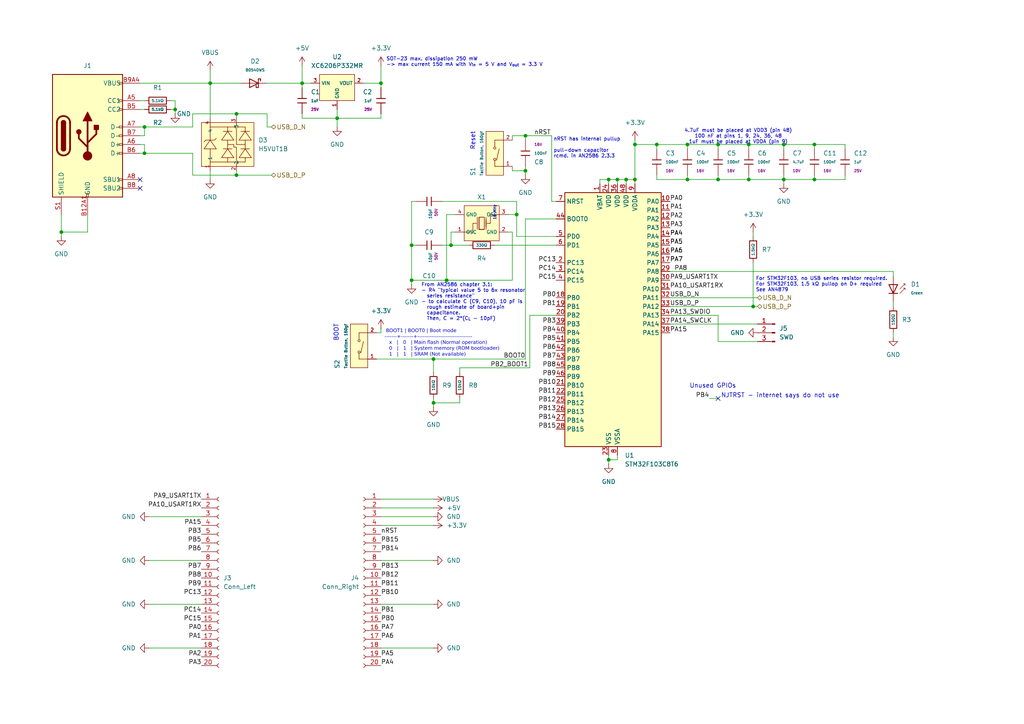
<source format=kicad_sch>
(kicad_sch
	(version 20250114)
	(generator "eeschema")
	(generator_version "9.0")
	(uuid "bca8bde7-1b71-423e-908f-8c2dd8a84df5")
	(paper "A4")
	(title_block
		(title "Pico STM32")
		(date "2025-09-05")
		(rev "1")
		(comment 1 "Copyright (c) 2025 Matthias Blankertz")
		(comment 2 "CC BY-SA 4.0")
	)
	
	(text "NJTRST - internet says do not use"
		(exclude_from_sim no)
		(at 226.314 114.808 0)
		(effects
			(font
				(size 1.27 1.27)
			)
		)
		(uuid "0de98a85-2cf7-4432-8650-a2f6ff1bb2bd")
	)
	(text "From AN2586 chapter 3.1:\n- R4 \"typical value 5 to 6x resonator\n  series resistance\"\n- to calculate C (C9, C10), 10 pF is\n  rough estimate of board+pin\n  capacitance.\n  Then, C = 2*(C_{L} - 10pF)"
		(exclude_from_sim no)
		(at 122.174 87.63 0)
		(effects
			(font
				(size 1.016 1.016)
			)
			(justify left)
			(href "https://www.st.com/resource/en/application_note/an2586-getting-started-with-stm32f10xxx-hardware-development-stmicroelectronics.pdf")
		)
		(uuid "176df50a-2bff-4e2c-ab47-bc8295068f50")
	)
	(text "nRST has internal pullup\n\npull-down capacitor\nrcmd. in AN2586 2.3.3"
		(exclude_from_sim no)
		(at 160.528 42.926 0)
		(effects
			(font
				(size 1.016 1.016)
			)
			(justify left)
		)
		(uuid "2be98501-37df-417a-ad86-6f0695c79dfa")
	)
	(text "Unused GPIOs"
		(exclude_from_sim no)
		(at 206.756 112.014 0)
		(effects
			(font
				(size 1.27 1.27)
			)
		)
		(uuid "51c5eb60-337e-43b4-95ae-026a33312373")
	)
	(text "SOT-23 max. dissipation 250 mW\n-> max current 150 mA with V_{in} = 5 V and V_{out} = 3.3 V"
		(exclude_from_sim no)
		(at 112.014 18.034 0)
		(effects
			(font
				(size 1.016 1.016)
			)
			(justify left)
		)
		(uuid "64608f3a-8257-4756-9539-456d0f847629")
	)
	(text "For STM32F103, no USB series resistor required.\nFor STM32F103, 1.5 kΩ pullop on D+ required\nSee AN4879"
		(exclude_from_sim no)
		(at 219.202 82.55 0)
		(effects
			(font
				(size 1.016 1.016)
			)
			(justify left)
			(href "https://www.st.com/resource/en/application_note/an4879-introduction-to-usb-hardware-and-pcb-guidelines-using-stm32-mcus-stmicroelectronics.pdf")
		)
		(uuid "923a1de2-3643-4080-9fb3-be3725fdf647")
	)
	(text "Reset"
		(exclude_from_sim no)
		(at 137.16 40.894 90)
		(effects
			(font
				(size 1.27 1.27)
			)
		)
		(uuid "9a0703c5-db31-4511-9301-5a1903bf4966")
	)
	(text " BOOT1 | BOOT0 | Boot mode\n-------+-------+-------------------------------\n   x   |   0   | Main flash (Normal operation) \n   0   |   1   | System memory (ROM bootloader)\n   1   |   1   | SRAM (Not available)    "
		(exclude_from_sim no)
		(at 111.506 99.822 0)
		(effects
			(font
				(face "Iosevka Fixed")
				(size 1.016 1.016)
			)
			(justify left)
		)
		(uuid "b229ff29-7b4e-4f5e-9307-6c0eb6b58f75")
	)
	(text "4.7uF must be placed at VDD3 (pin 48)\n100 nF at pins 1, 9, 24, 36, 48\n1uF must be placed at VDDA (pin 9)"
		(exclude_from_sim no)
		(at 214.122 39.624 0)
		(effects
			(font
				(size 1.016 1.016)
			)
		)
		(uuid "c7e8d18a-83ac-42b2-b506-7ba9b37b65f6")
	)
	(text "16 MHz"
		(exclude_from_sim no)
		(at 143.51 61.722 90)
		(effects
			(font
				(size 0.762 0.762)
			)
		)
		(uuid "d70d4257-6159-4ffa-9b12-2196703641cd")
	)
	(text "BOOT"
		(exclude_from_sim no)
		(at 97.536 96.52 90)
		(effects
			(font
				(size 1.27 1.27)
			)
		)
		(uuid "ff9fd2b2-9856-4537-9308-a463976340e4")
	)
	(junction
		(at 217.17 41.91)
		(diameter 0)
		(color 0 0 0 0)
		(uuid "065d8a08-0cc0-4d88-93a7-88b3b725b494")
	)
	(junction
		(at 50.8 31.75)
		(diameter 0)
		(color 0 0 0 0)
		(uuid "103c7078-b091-486c-9961-270d20c5fa4e")
	)
	(junction
		(at 119.38 71.12)
		(diameter 0)
		(color 0 0 0 0)
		(uuid "15413b07-760e-4612-bdb9-0c7dc4b805d0")
	)
	(junction
		(at 227.33 41.91)
		(diameter 0)
		(color 0 0 0 0)
		(uuid "1601b92f-71d9-4d86-992f-e61561130e14")
	)
	(junction
		(at 236.22 52.07)
		(diameter 0)
		(color 0 0 0 0)
		(uuid "19a2cf5b-9725-4a3c-8b9f-e3c7c652bc31")
	)
	(junction
		(at 119.38 81.28)
		(diameter 0)
		(color 0 0 0 0)
		(uuid "22183a79-352a-418e-9410-a081164910ab")
	)
	(junction
		(at 217.17 52.07)
		(diameter 0)
		(color 0 0 0 0)
		(uuid "2256fbd7-88da-4f86-8f52-e23ea7cebfa7")
	)
	(junction
		(at 176.53 133.35)
		(diameter 0)
		(color 0 0 0 0)
		(uuid "22ab1ee4-2596-4380-9289-7f99fefe9254")
	)
	(junction
		(at 152.4 39.37)
		(diameter 0)
		(color 0 0 0 0)
		(uuid "3168e21e-0f18-4020-9e1f-501e6a239c70")
	)
	(junction
		(at 130.81 71.12)
		(diameter 0)
		(color 0 0 0 0)
		(uuid "31dc9896-b36e-4eb4-8221-3d36e75247b5")
	)
	(junction
		(at 184.15 41.91)
		(diameter 0)
		(color 0 0 0 0)
		(uuid "33557d0c-5f70-4546-b478-094749793f07")
	)
	(junction
		(at 60.96 24.13)
		(diameter 0)
		(color 0 0 0 0)
		(uuid "39379791-c3bd-42da-9fb4-e87dd35b049b")
	)
	(junction
		(at 149.86 62.23)
		(diameter 0)
		(color 0 0 0 0)
		(uuid "3bd1067e-9fd9-4086-965a-3281a748804c")
	)
	(junction
		(at 68.58 50.8)
		(diameter 0)
		(color 0 0 0 0)
		(uuid "40f9cd4a-c934-47eb-b2ea-f151930eb46c")
	)
	(junction
		(at 199.39 41.91)
		(diameter 0)
		(color 0 0 0 0)
		(uuid "421724ed-ba9d-40d5-ba96-d9a8c55a9714")
	)
	(junction
		(at 110.49 24.13)
		(diameter 0)
		(color 0 0 0 0)
		(uuid "42ae7fa7-975c-4b9d-b61d-3b1757a0069f")
	)
	(junction
		(at 125.73 116.84)
		(diameter 0)
		(color 0 0 0 0)
		(uuid "4d000e9b-0676-4130-8f84-9d575bbaad57")
	)
	(junction
		(at 97.79 34.29)
		(diameter 0)
		(color 0 0 0 0)
		(uuid "620764c7-ce98-46b8-b03c-0dbce2e45af6")
	)
	(junction
		(at 181.61 52.07)
		(diameter 0)
		(color 0 0 0 0)
		(uuid "66aac186-b291-4fe5-abe7-3a005b31ce99")
	)
	(junction
		(at 208.28 41.91)
		(diameter 0)
		(color 0 0 0 0)
		(uuid "6725ce9c-ae8a-47d4-9e38-e905d0b3fd56")
	)
	(junction
		(at 87.63 24.13)
		(diameter 0)
		(color 0 0 0 0)
		(uuid "6e235f37-832b-40f5-a0bf-3837196270f2")
	)
	(junction
		(at 208.28 52.07)
		(diameter 0)
		(color 0 0 0 0)
		(uuid "77408af2-dee7-4b01-a160-e8b02254cd01")
	)
	(junction
		(at 199.39 52.07)
		(diameter 0)
		(color 0 0 0 0)
		(uuid "7970cdca-f962-4fae-a2b9-79985e96f473")
	)
	(junction
		(at 152.4 49.53)
		(diameter 0)
		(color 0 0 0 0)
		(uuid "8a7e82f3-8b14-42eb-be7f-be9905854acb")
	)
	(junction
		(at 41.91 44.45)
		(diameter 0)
		(color 0 0 0 0)
		(uuid "8d4d15e1-4622-4cfe-b72c-4bf1da183c0d")
	)
	(junction
		(at 179.07 52.07)
		(diameter 0)
		(color 0 0 0 0)
		(uuid "8ef48f3c-8372-4c96-90cc-688723088ee1")
	)
	(junction
		(at 176.53 52.07)
		(diameter 0)
		(color 0 0 0 0)
		(uuid "a777e426-f8d4-4d8e-a435-9f441d9ef241")
	)
	(junction
		(at 41.91 36.83)
		(diameter 0)
		(color 0 0 0 0)
		(uuid "b5ab0001-2136-4ab1-bc5c-218a0e327219")
	)
	(junction
		(at 129.54 81.28)
		(diameter 0)
		(color 0 0 0 0)
		(uuid "b9cee908-3d90-4d61-9acc-17cc3c752272")
	)
	(junction
		(at 190.5 41.91)
		(diameter 0)
		(color 0 0 0 0)
		(uuid "ba64f704-a023-4e84-b7c2-d42a5b748be0")
	)
	(junction
		(at 227.33 52.07)
		(diameter 0)
		(color 0 0 0 0)
		(uuid "c4958850-2520-437e-aee3-6ff0c9affc38")
	)
	(junction
		(at 184.15 52.07)
		(diameter 0)
		(color 0 0 0 0)
		(uuid "c899ae2f-4d41-4937-83b2-60035a1b6714")
	)
	(junction
		(at 218.44 88.9)
		(diameter 0)
		(color 0 0 0 0)
		(uuid "d030c756-8d9e-47a4-b01d-db1461876246")
	)
	(junction
		(at 125.73 104.14)
		(diameter 0)
		(color 0 0 0 0)
		(uuid "dd713638-8330-4d4e-9166-53531f6c61f5")
	)
	(junction
		(at 17.78 67.31)
		(diameter 0)
		(color 0 0 0 0)
		(uuid "e7fa8d3e-ffba-42d6-be8b-be07b35b23f8")
	)
	(junction
		(at 236.22 41.91)
		(diameter 0)
		(color 0 0 0 0)
		(uuid "f3a73adf-cd0b-42b8-83a3-441222f4b673")
	)
	(junction
		(at 68.58 33.02)
		(diameter 0)
		(color 0 0 0 0)
		(uuid "ffcf2942-a867-4fb0-9195-2750b27e5bee")
	)
	(no_connect
		(at 208.28 115.57)
		(uuid "2fd8e26c-4b23-4d9a-af38-2827c630dbcc")
	)
	(no_connect
		(at 40.64 54.61)
		(uuid "61e97ce0-595b-4816-b242-ef03e6c1d88d")
	)
	(no_connect
		(at 40.64 52.07)
		(uuid "e26ebe01-87ae-47ba-b97c-8ecb0eacd3b8")
	)
	(wire
		(pts
			(xy 236.22 41.91) (xy 245.11 41.91)
		)
		(stroke
			(width 0)
			(type default)
		)
		(uuid "0097b037-4430-45fb-946c-85f1fccc3d5c")
	)
	(wire
		(pts
			(xy 148.59 39.37) (xy 152.4 39.37)
		)
		(stroke
			(width 0)
			(type default)
		)
		(uuid "01a399c0-6e15-4412-b830-f88338aed5c0")
	)
	(wire
		(pts
			(xy 55.88 44.45) (xy 55.88 50.8)
		)
		(stroke
			(width 0)
			(type default)
		)
		(uuid "025f99fc-5cfb-481d-af4b-03cd703bb5eb")
	)
	(wire
		(pts
			(xy 227.33 52.07) (xy 227.33 53.34)
		)
		(stroke
			(width 0)
			(type default)
		)
		(uuid "0335a1b6-4505-4c65-aec4-b4419a7c90df")
	)
	(wire
		(pts
			(xy 190.5 52.07) (xy 199.39 52.07)
		)
		(stroke
			(width 0)
			(type default)
		)
		(uuid "03b490e4-dd04-4143-a932-6702d34fa076")
	)
	(wire
		(pts
			(xy 227.33 52.07) (xy 227.33 50.8)
		)
		(stroke
			(width 0)
			(type default)
		)
		(uuid "04d76157-c9e0-4f02-8ce2-0e6d5c6f2f8f")
	)
	(wire
		(pts
			(xy 105.41 24.13) (xy 110.49 24.13)
		)
		(stroke
			(width 0)
			(type default)
		)
		(uuid "0515086f-5e22-49a5-8cf4-bf8e1000405c")
	)
	(wire
		(pts
			(xy 217.17 41.91) (xy 227.33 41.91)
		)
		(stroke
			(width 0)
			(type default)
		)
		(uuid "054c11d5-3d3c-4a03-aecc-6f4cf8aaead7")
	)
	(wire
		(pts
			(xy 194.31 78.74) (xy 259.08 78.74)
		)
		(stroke
			(width 0)
			(type default)
		)
		(uuid "05f6f24a-51ab-41ca-bc04-584b4caf4f30")
	)
	(wire
		(pts
			(xy 87.63 33.02) (xy 87.63 34.29)
		)
		(stroke
			(width 0)
			(type default)
		)
		(uuid "070387b7-ff1c-4274-a63e-8e3660f735e1")
	)
	(wire
		(pts
			(xy 49.53 31.75) (xy 50.8 31.75)
		)
		(stroke
			(width 0)
			(type default)
		)
		(uuid "080f2a0c-6364-4bc3-9dbe-a067f2dfae67")
	)
	(wire
		(pts
			(xy 87.63 34.29) (xy 97.79 34.29)
		)
		(stroke
			(width 0)
			(type default)
		)
		(uuid "0916beaf-0094-4039-ab6a-f282d0a67c2e")
	)
	(wire
		(pts
			(xy 97.79 34.29) (xy 97.79 31.75)
		)
		(stroke
			(width 0)
			(type default)
		)
		(uuid "09549a0d-a9e2-4c94-82cd-ab6ed0a441ae")
	)
	(wire
		(pts
			(xy 217.17 52.07) (xy 227.33 52.07)
		)
		(stroke
			(width 0)
			(type default)
		)
		(uuid "0959e677-dfa9-4599-8694-5c5972fb2803")
	)
	(wire
		(pts
			(xy 119.38 81.28) (xy 129.54 81.28)
		)
		(stroke
			(width 0)
			(type default)
		)
		(uuid "0a416143-23ac-4545-8eef-ae880ecaf102")
	)
	(wire
		(pts
			(xy 130.81 67.31) (xy 130.81 71.12)
		)
		(stroke
			(width 0)
			(type default)
		)
		(uuid "0bbe351f-858d-4703-9800-dfa250a21279")
	)
	(wire
		(pts
			(xy 194.31 86.36) (xy 219.71 86.36)
		)
		(stroke
			(width 0)
			(type default)
		)
		(uuid "0c716ca3-2f56-4720-b4fb-38ed53141421")
	)
	(wire
		(pts
			(xy 184.15 41.91) (xy 184.15 52.07)
		)
		(stroke
			(width 0)
			(type default)
		)
		(uuid "0dc1b9f6-fd19-4414-bbc7-a91b4ad0c94b")
	)
	(wire
		(pts
			(xy 176.53 133.35) (xy 179.07 133.35)
		)
		(stroke
			(width 0)
			(type default)
		)
		(uuid "1130cc5e-8c8f-4bba-8f88-734b69ea4242")
	)
	(wire
		(pts
			(xy 40.64 36.83) (xy 41.91 36.83)
		)
		(stroke
			(width 0)
			(type default)
		)
		(uuid "12413652-0b9f-4790-a2a4-29086e8028a6")
	)
	(wire
		(pts
			(xy 77.47 33.02) (xy 77.47 36.83)
		)
		(stroke
			(width 0)
			(type default)
		)
		(uuid "1267a572-437c-4566-901f-822f6affe4ba")
	)
	(wire
		(pts
			(xy 199.39 41.91) (xy 199.39 43.18)
		)
		(stroke
			(width 0)
			(type default)
		)
		(uuid "13c4b3f7-53e7-4d41-bcbc-cab04e3563b1")
	)
	(wire
		(pts
			(xy 148.59 49.53) (xy 152.4 49.53)
		)
		(stroke
			(width 0)
			(type default)
		)
		(uuid "170ad039-596f-4980-8d32-15cf9b269ed2")
	)
	(wire
		(pts
			(xy 208.28 50.8) (xy 208.28 52.07)
		)
		(stroke
			(width 0)
			(type default)
		)
		(uuid "182e5232-0c66-4c2a-b93d-96a3c0e83063")
	)
	(wire
		(pts
			(xy 49.53 29.21) (xy 50.8 29.21)
		)
		(stroke
			(width 0)
			(type default)
		)
		(uuid "1b92e1a4-a62e-4999-bf30-81ac6f03a045")
	)
	(wire
		(pts
			(xy 68.58 49.53) (xy 68.58 50.8)
		)
		(stroke
			(width 0)
			(type default)
		)
		(uuid "1c618875-916e-4473-b51f-fbc7fb6be22e")
	)
	(wire
		(pts
			(xy 184.15 41.91) (xy 190.5 41.91)
		)
		(stroke
			(width 0)
			(type default)
		)
		(uuid "1d39a21f-7fb8-40b4-a13a-05bc329a7dfe")
	)
	(wire
		(pts
			(xy 110.49 19.05) (xy 110.49 24.13)
		)
		(stroke
			(width 0)
			(type default)
		)
		(uuid "1e84ca28-2ec2-4e4e-82ca-93dce779b195")
	)
	(wire
		(pts
			(xy 17.78 62.23) (xy 17.78 67.31)
		)
		(stroke
			(width 0)
			(type default)
		)
		(uuid "1f7b27e2-730c-4e88-b93d-8646c59b1bf4")
	)
	(wire
		(pts
			(xy 43.18 149.86) (xy 58.42 149.86)
		)
		(stroke
			(width 0)
			(type default)
		)
		(uuid "212f67e9-6148-4350-97ab-ac8bf9b0c148")
	)
	(wire
		(pts
			(xy 190.5 41.91) (xy 199.39 41.91)
		)
		(stroke
			(width 0)
			(type default)
		)
		(uuid "21ff2cbd-ece2-4314-af13-f0b02aefb6b3")
	)
	(wire
		(pts
			(xy 199.39 50.8) (xy 199.39 52.07)
		)
		(stroke
			(width 0)
			(type default)
		)
		(uuid "223195bf-982a-47bf-b7a1-05cafeb5433d")
	)
	(wire
		(pts
			(xy 133.35 106.68) (xy 153.67 106.68)
		)
		(stroke
			(width 0)
			(type default)
		)
		(uuid "22ab9b3b-841b-4efa-94a1-7cc12a197139")
	)
	(wire
		(pts
			(xy 208.28 91.44) (xy 208.28 99.06)
		)
		(stroke
			(width 0)
			(type default)
		)
		(uuid "258b7637-24cf-44b1-944f-558602ab9940")
	)
	(wire
		(pts
			(xy 120.65 58.42) (xy 119.38 58.42)
		)
		(stroke
			(width 0)
			(type default)
		)
		(uuid "2940b18d-0e4b-44f8-a084-c9f4a533d28b")
	)
	(wire
		(pts
			(xy 194.31 91.44) (xy 208.28 91.44)
		)
		(stroke
			(width 0)
			(type default)
		)
		(uuid "2c503e6f-8d32-46eb-ab74-8d2fc071f6a6")
	)
	(wire
		(pts
			(xy 41.91 36.83) (xy 55.88 36.83)
		)
		(stroke
			(width 0)
			(type default)
		)
		(uuid "2cabf226-415f-4a5f-911f-fc9459423348")
	)
	(wire
		(pts
			(xy 40.64 29.21) (xy 41.91 29.21)
		)
		(stroke
			(width 0)
			(type default)
		)
		(uuid "2ec23ed1-7b31-4876-9b3e-68d82f31f9a1")
	)
	(wire
		(pts
			(xy 218.44 88.9) (xy 219.71 88.9)
		)
		(stroke
			(width 0)
			(type default)
		)
		(uuid "30ec33a5-b646-405b-978c-70c5609ceeb1")
	)
	(wire
		(pts
			(xy 40.64 24.13) (xy 60.96 24.13)
		)
		(stroke
			(width 0)
			(type default)
		)
		(uuid "3187461c-d0a8-464d-98eb-213fcea72b62")
	)
	(wire
		(pts
			(xy 205.74 115.57) (xy 208.28 115.57)
		)
		(stroke
			(width 0)
			(type default)
		)
		(uuid "32236a9c-30d4-42a8-8fa6-3ef673c95b64")
	)
	(wire
		(pts
			(xy 119.38 82.55) (xy 119.38 81.28)
		)
		(stroke
			(width 0)
			(type default)
		)
		(uuid "3455cfc2-b98b-4e08-93da-14d84a0d30da")
	)
	(wire
		(pts
			(xy 176.53 133.35) (xy 176.53 134.62)
		)
		(stroke
			(width 0)
			(type default)
		)
		(uuid "345ad477-02fa-4d31-9efe-bcc6f2559e7c")
	)
	(wire
		(pts
			(xy 217.17 50.8) (xy 217.17 52.07)
		)
		(stroke
			(width 0)
			(type default)
		)
		(uuid "348ba0ac-8c92-4d0a-acb7-ec44b778b247")
	)
	(wire
		(pts
			(xy 148.59 40.64) (xy 148.59 39.37)
		)
		(stroke
			(width 0)
			(type default)
		)
		(uuid "364ed3ba-985f-4b25-a7e7-32aa150174dc")
	)
	(wire
		(pts
			(xy 259.08 96.52) (xy 259.08 97.79)
		)
		(stroke
			(width 0)
			(type default)
		)
		(uuid "371470ff-1404-48bd-9243-660b7f58cbe8")
	)
	(wire
		(pts
			(xy 55.88 33.02) (xy 68.58 33.02)
		)
		(stroke
			(width 0)
			(type default)
		)
		(uuid "37d82733-bf15-4813-a930-80c99bd97352")
	)
	(wire
		(pts
			(xy 125.73 144.78) (xy 110.49 144.78)
		)
		(stroke
			(width 0)
			(type default)
		)
		(uuid "385beb60-4fe4-4cd3-948b-867d317a9935")
	)
	(wire
		(pts
			(xy 184.15 52.07) (xy 184.15 53.34)
		)
		(stroke
			(width 0)
			(type default)
		)
		(uuid "3be7f800-4021-4a45-a761-a596f8f144aa")
	)
	(wire
		(pts
			(xy 259.08 87.63) (xy 259.08 88.9)
		)
		(stroke
			(width 0)
			(type default)
		)
		(uuid "3f809cb4-0527-489a-9dac-70c3ca52fa9a")
	)
	(wire
		(pts
			(xy 25.4 67.31) (xy 25.4 62.23)
		)
		(stroke
			(width 0)
			(type default)
		)
		(uuid "40f8939b-0785-4ada-a543-c82c5669a1b1")
	)
	(wire
		(pts
			(xy 125.73 104.14) (xy 152.4 104.14)
		)
		(stroke
			(width 0)
			(type default)
		)
		(uuid "434f09b7-54f7-441e-8876-c781ee887611")
	)
	(wire
		(pts
			(xy 55.88 36.83) (xy 55.88 33.02)
		)
		(stroke
			(width 0)
			(type default)
		)
		(uuid "46f8deeb-caad-4424-9499-0c11808603cb")
	)
	(wire
		(pts
			(xy 161.29 63.5) (xy 152.4 63.5)
		)
		(stroke
			(width 0)
			(type default)
		)
		(uuid "476d73e8-0433-4fa3-a3da-b352adea2c0d")
	)
	(wire
		(pts
			(xy 227.33 52.07) (xy 236.22 52.07)
		)
		(stroke
			(width 0)
			(type default)
		)
		(uuid "49a21735-870a-4e5f-85a5-bb8c80248446")
	)
	(wire
		(pts
			(xy 125.73 104.14) (xy 125.73 107.95)
		)
		(stroke
			(width 0)
			(type default)
		)
		(uuid "4d00e364-1bd6-4eb7-9eae-4dffd132e4ef")
	)
	(wire
		(pts
			(xy 110.49 34.29) (xy 97.79 34.29)
		)
		(stroke
			(width 0)
			(type default)
		)
		(uuid "51cf0bf4-f4e0-4c33-b39d-a40ffee22c2d")
	)
	(wire
		(pts
			(xy 110.49 95.25) (xy 110.49 96.52)
		)
		(stroke
			(width 0)
			(type default)
		)
		(uuid "5207621d-c25b-4b36-9b52-4e922fda3dbe")
	)
	(wire
		(pts
			(xy 147.32 62.23) (xy 149.86 62.23)
		)
		(stroke
			(width 0)
			(type default)
		)
		(uuid "55ec3e1f-eaf9-48d7-984d-4fbcc3489f73")
	)
	(wire
		(pts
			(xy 119.38 81.28) (xy 119.38 71.12)
		)
		(stroke
			(width 0)
			(type default)
		)
		(uuid "56ced05a-af91-4822-a88e-1fd969b3db06")
	)
	(wire
		(pts
			(xy 128.27 71.12) (xy 130.81 71.12)
		)
		(stroke
			(width 0)
			(type default)
		)
		(uuid "5926bfd7-bb33-4c3f-b86a-0d6a379dfaf6")
	)
	(wire
		(pts
			(xy 208.28 41.91) (xy 199.39 41.91)
		)
		(stroke
			(width 0)
			(type default)
		)
		(uuid "593e1593-5ba3-4e65-aed3-72d4ab1e5b71")
	)
	(wire
		(pts
			(xy 125.73 149.86) (xy 110.49 149.86)
		)
		(stroke
			(width 0)
			(type default)
		)
		(uuid "593e2651-fdab-40bc-a01e-0ce3da57d4f5")
	)
	(wire
		(pts
			(xy 68.58 33.02) (xy 77.47 33.02)
		)
		(stroke
			(width 0)
			(type default)
		)
		(uuid "5b97d234-e498-4d8b-80c5-25087c37c863")
	)
	(wire
		(pts
			(xy 60.96 20.32) (xy 60.96 24.13)
		)
		(stroke
			(width 0)
			(type default)
		)
		(uuid "5f5bc9cd-f563-4fad-be54-78bdab75c228")
	)
	(wire
		(pts
			(xy 227.33 41.91) (xy 236.22 41.91)
		)
		(stroke
			(width 0)
			(type default)
		)
		(uuid "6083a791-9ce7-4fd8-816c-837580603d6b")
	)
	(wire
		(pts
			(xy 179.07 52.07) (xy 179.07 53.34)
		)
		(stroke
			(width 0)
			(type default)
		)
		(uuid "60847e99-495e-4112-880b-f814aee5838f")
	)
	(wire
		(pts
			(xy 125.73 187.96) (xy 110.49 187.96)
		)
		(stroke
			(width 0)
			(type default)
		)
		(uuid "60ec02ad-8b01-40dd-bd3c-76b4f7e4c1d4")
	)
	(wire
		(pts
			(xy 110.49 33.02) (xy 110.49 34.29)
		)
		(stroke
			(width 0)
			(type default)
		)
		(uuid "625a30e7-9564-47a8-8c9f-7208fbb65b67")
	)
	(wire
		(pts
			(xy 190.5 41.91) (xy 190.5 43.18)
		)
		(stroke
			(width 0)
			(type default)
		)
		(uuid "62cf9b78-46d6-488c-ae7a-113b09b3d341")
	)
	(wire
		(pts
			(xy 40.64 41.91) (xy 41.91 41.91)
		)
		(stroke
			(width 0)
			(type default)
		)
		(uuid "643bbc9e-2b05-4175-8968-57a98c401ed5")
	)
	(wire
		(pts
			(xy 125.73 162.56) (xy 110.49 162.56)
		)
		(stroke
			(width 0)
			(type default)
		)
		(uuid "6449dbc7-12a0-4677-984d-6f0b63ee6f63")
	)
	(wire
		(pts
			(xy 179.07 52.07) (xy 181.61 52.07)
		)
		(stroke
			(width 0)
			(type default)
		)
		(uuid "6476b196-d7e0-4527-8a59-ede3b00abf97")
	)
	(wire
		(pts
			(xy 176.53 52.07) (xy 179.07 52.07)
		)
		(stroke
			(width 0)
			(type default)
		)
		(uuid "68a14b13-3827-47ec-99e2-c6962b022a67")
	)
	(wire
		(pts
			(xy 236.22 52.07) (xy 245.11 52.07)
		)
		(stroke
			(width 0)
			(type default)
		)
		(uuid "6c658b45-4020-4105-963e-b3676651ba6d")
	)
	(wire
		(pts
			(xy 218.44 67.31) (xy 218.44 68.58)
		)
		(stroke
			(width 0)
			(type default)
		)
		(uuid "6f456bcd-5d4d-471d-8e13-4ead500dc0d5")
	)
	(wire
		(pts
			(xy 125.73 115.57) (xy 125.73 116.84)
		)
		(stroke
			(width 0)
			(type default)
		)
		(uuid "71e95f9f-6ec9-4d5a-876a-9f73ed21d449")
	)
	(wire
		(pts
			(xy 129.54 81.28) (xy 148.59 81.28)
		)
		(stroke
			(width 0)
			(type default)
		)
		(uuid "73e47769-26b0-4b08-8758-a472b76152f9")
	)
	(wire
		(pts
			(xy 236.22 41.91) (xy 236.22 43.18)
		)
		(stroke
			(width 0)
			(type default)
		)
		(uuid "794ab667-c11b-4dfa-a362-8da8bdbce002")
	)
	(wire
		(pts
			(xy 153.67 106.68) (xy 153.67 91.44)
		)
		(stroke
			(width 0)
			(type default)
		)
		(uuid "797d097b-2be1-4e96-b46c-39ed5cbd89be")
	)
	(wire
		(pts
			(xy 160.02 58.42) (xy 161.29 58.42)
		)
		(stroke
			(width 0)
			(type default)
		)
		(uuid "7a0c1037-10fe-4d94-80a9-a067a8220228")
	)
	(wire
		(pts
			(xy 179.07 133.35) (xy 179.07 132.08)
		)
		(stroke
			(width 0)
			(type default)
		)
		(uuid "7a45c7c6-fe16-4faf-b666-de1a35a6741c")
	)
	(wire
		(pts
			(xy 208.28 41.91) (xy 208.28 43.18)
		)
		(stroke
			(width 0)
			(type default)
		)
		(uuid "7c22b9eb-d6e1-429e-ad7e-66f60c5a577c")
	)
	(wire
		(pts
			(xy 41.91 36.83) (xy 41.91 39.37)
		)
		(stroke
			(width 0)
			(type default)
		)
		(uuid "7c9eec9e-c747-4d50-8381-d15948de8d34")
	)
	(wire
		(pts
			(xy 152.4 63.5) (xy 152.4 104.14)
		)
		(stroke
			(width 0)
			(type default)
		)
		(uuid "81d8f5c0-f239-4e87-82db-54a04d48fd56")
	)
	(wire
		(pts
			(xy 148.59 49.53) (xy 148.59 48.26)
		)
		(stroke
			(width 0)
			(type default)
		)
		(uuid "85ce16ca-c2c7-43e9-b757-17791e05c255")
	)
	(wire
		(pts
			(xy 87.63 24.13) (xy 87.63 25.4)
		)
		(stroke
			(width 0)
			(type default)
		)
		(uuid "88784411-f0ff-47fc-8395-fc5b74e6deca")
	)
	(wire
		(pts
			(xy 148.59 67.31) (xy 148.59 81.28)
		)
		(stroke
			(width 0)
			(type default)
		)
		(uuid "88ec6734-e02f-4e96-8eef-7909f2a95585")
	)
	(wire
		(pts
			(xy 120.65 71.12) (xy 119.38 71.12)
		)
		(stroke
			(width 0)
			(type default)
		)
		(uuid "89425256-6e23-45aa-861d-09d30ab10d1a")
	)
	(wire
		(pts
			(xy 110.49 96.52) (xy 109.22 96.52)
		)
		(stroke
			(width 0)
			(type default)
		)
		(uuid "8ab917fe-0a88-41e1-8227-5db2998ccc87")
	)
	(wire
		(pts
			(xy 50.8 31.75) (xy 50.8 33.02)
		)
		(stroke
			(width 0)
			(type default)
		)
		(uuid "8ac1172b-49cf-4729-82d7-4c44a1317776")
	)
	(wire
		(pts
			(xy 176.53 52.07) (xy 176.53 53.34)
		)
		(stroke
			(width 0)
			(type default)
		)
		(uuid "8b61a8ee-9183-4762-a892-38f93772fb54")
	)
	(wire
		(pts
			(xy 173.99 52.07) (xy 176.53 52.07)
		)
		(stroke
			(width 0)
			(type default)
		)
		(uuid "8cd46e7a-1013-439f-bf84-de2ebe9b4d59")
	)
	(wire
		(pts
			(xy 68.58 33.02) (xy 68.58 34.29)
		)
		(stroke
			(width 0)
			(type default)
		)
		(uuid "8eec735f-fd3f-4c75-a448-09687b31c790")
	)
	(wire
		(pts
			(xy 194.31 88.9) (xy 218.44 88.9)
		)
		(stroke
			(width 0)
			(type default)
		)
		(uuid "8f783960-9575-487d-b5df-a8b4e4c07913")
	)
	(wire
		(pts
			(xy 50.8 29.21) (xy 50.8 31.75)
		)
		(stroke
			(width 0)
			(type default)
		)
		(uuid "8f8fd213-4471-4323-b070-8d637ffd645e")
	)
	(wire
		(pts
			(xy 77.47 24.13) (xy 87.63 24.13)
		)
		(stroke
			(width 0)
			(type default)
		)
		(uuid "91c8da10-ccea-456b-ac64-1f17854e80c6")
	)
	(wire
		(pts
			(xy 125.73 116.84) (xy 125.73 118.11)
		)
		(stroke
			(width 0)
			(type default)
		)
		(uuid "91e6f490-4c2c-40fa-bb65-7b33ff67c893")
	)
	(wire
		(pts
			(xy 152.4 49.53) (xy 152.4 50.8)
		)
		(stroke
			(width 0)
			(type default)
		)
		(uuid "957be608-b024-4b9f-9954-bdcfeea0a048")
	)
	(wire
		(pts
			(xy 128.27 58.42) (xy 149.86 58.42)
		)
		(stroke
			(width 0)
			(type default)
		)
		(uuid "9610f41a-174e-4b23-a50b-78ec3609df28")
	)
	(wire
		(pts
			(xy 190.5 50.8) (xy 190.5 52.07)
		)
		(stroke
			(width 0)
			(type default)
		)
		(uuid "9a03175a-7f65-4cd6-a3d7-9ac4bd3ef52a")
	)
	(wire
		(pts
			(xy 132.08 62.23) (xy 129.54 62.23)
		)
		(stroke
			(width 0)
			(type default)
		)
		(uuid "9e301703-c39c-4c36-926f-9978f197300b")
	)
	(wire
		(pts
			(xy 60.96 24.13) (xy 60.96 34.29)
		)
		(stroke
			(width 0)
			(type default)
		)
		(uuid "9ece7b7b-3ce5-4614-8889-d228f80a72de")
	)
	(wire
		(pts
			(xy 184.15 40.64) (xy 184.15 41.91)
		)
		(stroke
			(width 0)
			(type default)
		)
		(uuid "9f94deb8-f3e5-4fd5-bcb6-627f38bb2e8a")
	)
	(wire
		(pts
			(xy 110.49 152.4) (xy 125.73 152.4)
		)
		(stroke
			(width 0)
			(type default)
		)
		(uuid "a1ff2e65-29cd-4bff-8467-8448f3a52a47")
	)
	(wire
		(pts
			(xy 153.67 91.44) (xy 161.29 91.44)
		)
		(stroke
			(width 0)
			(type default)
		)
		(uuid "a4fe3b2a-2c94-41af-8961-bc61c6befa8b")
	)
	(wire
		(pts
			(xy 245.11 41.91) (xy 245.11 43.18)
		)
		(stroke
			(width 0)
			(type default)
		)
		(uuid "a53ff22a-13d9-4ec1-9ac8-0f70cb53e0ef")
	)
	(wire
		(pts
			(xy 125.73 147.32) (xy 110.49 147.32)
		)
		(stroke
			(width 0)
			(type default)
		)
		(uuid "a6e5fe24-7338-4132-ab2e-e15765defd5a")
	)
	(wire
		(pts
			(xy 160.02 39.37) (xy 160.02 58.42)
		)
		(stroke
			(width 0)
			(type default)
		)
		(uuid "a7ac0b92-8565-471f-8b72-b30223f713d6")
	)
	(wire
		(pts
			(xy 218.44 76.2) (xy 218.44 88.9)
		)
		(stroke
			(width 0)
			(type default)
		)
		(uuid "a832cf45-ef5d-4e25-a7df-75b2dd1aa2cc")
	)
	(wire
		(pts
			(xy 119.38 71.12) (xy 119.38 58.42)
		)
		(stroke
			(width 0)
			(type default)
		)
		(uuid "a92bc40f-0094-4c69-899a-49a6dae6b7ae")
	)
	(wire
		(pts
			(xy 17.78 67.31) (xy 17.78 68.58)
		)
		(stroke
			(width 0)
			(type default)
		)
		(uuid "aa408401-686e-4243-92a8-8ca2f34ad7eb")
	)
	(wire
		(pts
			(xy 149.86 62.23) (xy 149.86 58.42)
		)
		(stroke
			(width 0)
			(type default)
		)
		(uuid "aad93ab5-c463-4c2b-ba4c-75c4d8ecbae9")
	)
	(wire
		(pts
			(xy 77.47 36.83) (xy 78.74 36.83)
		)
		(stroke
			(width 0)
			(type default)
		)
		(uuid "abd2cdd9-7019-4ba9-8830-0aa21b520789")
	)
	(wire
		(pts
			(xy 43.18 162.56) (xy 58.42 162.56)
		)
		(stroke
			(width 0)
			(type default)
		)
		(uuid "ac809e06-9f7e-4404-ac2f-24c6f4e46ed7")
	)
	(wire
		(pts
			(xy 208.28 52.07) (xy 217.17 52.07)
		)
		(stroke
			(width 0)
			(type default)
		)
		(uuid "b28a9049-19e9-4276-824a-2c282c5a92db")
	)
	(wire
		(pts
			(xy 199.39 52.07) (xy 208.28 52.07)
		)
		(stroke
			(width 0)
			(type default)
		)
		(uuid "b4392472-d169-41d6-bce0-df269c3cba02")
	)
	(wire
		(pts
			(xy 87.63 19.05) (xy 87.63 24.13)
		)
		(stroke
			(width 0)
			(type default)
		)
		(uuid "b4b17d82-abed-43a0-b91b-ac4a5ab9120a")
	)
	(wire
		(pts
			(xy 109.22 104.14) (xy 125.73 104.14)
		)
		(stroke
			(width 0)
			(type default)
		)
		(uuid "b53c2633-43a0-4d31-b497-3305b05e9b37")
	)
	(wire
		(pts
			(xy 147.32 67.31) (xy 148.59 67.31)
		)
		(stroke
			(width 0)
			(type default)
		)
		(uuid "b84f4aad-639d-4cd9-9484-9add37f0da39")
	)
	(wire
		(pts
			(xy 227.33 43.18) (xy 227.33 41.91)
		)
		(stroke
			(width 0)
			(type default)
		)
		(uuid "b8e813b3-9a73-4495-a4f5-7d912f53d029")
	)
	(wire
		(pts
			(xy 97.79 36.83) (xy 97.79 34.29)
		)
		(stroke
			(width 0)
			(type default)
		)
		(uuid "b911981b-d832-4ba3-870a-6bbb71fd1e81")
	)
	(wire
		(pts
			(xy 17.78 67.31) (xy 25.4 67.31)
		)
		(stroke
			(width 0)
			(type default)
		)
		(uuid "bbcde3bb-2163-496b-90f4-7391bebea132")
	)
	(wire
		(pts
			(xy 149.86 68.58) (xy 149.86 62.23)
		)
		(stroke
			(width 0)
			(type default)
		)
		(uuid "bcdc975d-2a05-474b-9281-d30664d6a32a")
	)
	(wire
		(pts
			(xy 55.88 50.8) (xy 68.58 50.8)
		)
		(stroke
			(width 0)
			(type default)
		)
		(uuid "bda5570b-be94-4dfd-ab66-ab9d7e222b0d")
	)
	(wire
		(pts
			(xy 236.22 52.07) (xy 236.22 50.8)
		)
		(stroke
			(width 0)
			(type default)
		)
		(uuid "c08427e8-30af-47ba-8bfa-50669b208c8d")
	)
	(wire
		(pts
			(xy 259.08 78.74) (xy 259.08 80.01)
		)
		(stroke
			(width 0)
			(type default)
		)
		(uuid "c261f353-d894-411c-8c3c-87aee846fcfe")
	)
	(wire
		(pts
			(xy 125.73 175.26) (xy 110.49 175.26)
		)
		(stroke
			(width 0)
			(type default)
		)
		(uuid "c3a628f3-16ca-4308-9705-79b7f122d855")
	)
	(wire
		(pts
			(xy 217.17 41.91) (xy 217.17 43.18)
		)
		(stroke
			(width 0)
			(type default)
		)
		(uuid "c4ae7d83-7d30-4083-badd-d0aa6cef50df")
	)
	(wire
		(pts
			(xy 245.11 52.07) (xy 245.11 50.8)
		)
		(stroke
			(width 0)
			(type default)
		)
		(uuid "cad572a1-cb74-4f77-b9c0-03354eb3dffe")
	)
	(wire
		(pts
			(xy 41.91 44.45) (xy 55.88 44.45)
		)
		(stroke
			(width 0)
			(type default)
		)
		(uuid "cbc13e4c-fcbf-40b2-b1a8-e3714e13d23d")
	)
	(wire
		(pts
			(xy 132.08 67.31) (xy 130.81 67.31)
		)
		(stroke
			(width 0)
			(type default)
		)
		(uuid "ccecd900-073f-4773-a29b-1b61d488bf7c")
	)
	(wire
		(pts
			(xy 194.31 93.98) (xy 219.71 93.98)
		)
		(stroke
			(width 0)
			(type default)
		)
		(uuid "ccf5e18a-82a2-456d-9450-1445b5b6b262")
	)
	(wire
		(pts
			(xy 41.91 44.45) (xy 40.64 44.45)
		)
		(stroke
			(width 0)
			(type default)
		)
		(uuid "cd63c8ec-6db2-4644-bdfb-262952751cbe")
	)
	(wire
		(pts
			(xy 129.54 62.23) (xy 129.54 81.28)
		)
		(stroke
			(width 0)
			(type default)
		)
		(uuid "ce687da7-98af-4c59-ad7d-9c69fad581f8")
	)
	(wire
		(pts
			(xy 152.4 39.37) (xy 152.4 40.64)
		)
		(stroke
			(width 0)
			(type default)
		)
		(uuid "d0700500-0ac5-416c-9910-6c382a25a5aa")
	)
	(wire
		(pts
			(xy 41.91 41.91) (xy 41.91 44.45)
		)
		(stroke
			(width 0)
			(type default)
		)
		(uuid "d243768d-fd8b-47cd-9c66-8b796ecc7af4")
	)
	(wire
		(pts
			(xy 133.35 116.84) (xy 125.73 116.84)
		)
		(stroke
			(width 0)
			(type default)
		)
		(uuid "d31b2331-be5d-4da2-98d5-9e1c7e6015e7")
	)
	(wire
		(pts
			(xy 152.4 48.26) (xy 152.4 49.53)
		)
		(stroke
			(width 0)
			(type default)
		)
		(uuid "d58a7961-c19e-4d6b-93e4-51d15cb2f897")
	)
	(wire
		(pts
			(xy 68.58 50.8) (xy 78.74 50.8)
		)
		(stroke
			(width 0)
			(type default)
		)
		(uuid "da0e1a54-9a5d-41ea-88d2-a8022bfbf05b")
	)
	(wire
		(pts
			(xy 133.35 106.68) (xy 133.35 107.95)
		)
		(stroke
			(width 0)
			(type default)
		)
		(uuid "db6a39b2-ab4b-4fbb-b18f-9ff823f672ee")
	)
	(wire
		(pts
			(xy 217.17 41.91) (xy 208.28 41.91)
		)
		(stroke
			(width 0)
			(type default)
		)
		(uuid "dc4c8322-4e08-4699-930d-aefe289960a9")
	)
	(wire
		(pts
			(xy 181.61 52.07) (xy 181.61 53.34)
		)
		(stroke
			(width 0)
			(type default)
		)
		(uuid "dd644320-aa92-43fd-9a1d-407aebae1c0d")
	)
	(wire
		(pts
			(xy 130.81 71.12) (xy 135.89 71.12)
		)
		(stroke
			(width 0)
			(type default)
		)
		(uuid "dfc26c7c-5d31-44f9-862b-fa3c0f51d30e")
	)
	(wire
		(pts
			(xy 152.4 39.37) (xy 160.02 39.37)
		)
		(stroke
			(width 0)
			(type default)
		)
		(uuid "dfecdc3b-d928-4656-b199-3a801ee6b24c")
	)
	(wire
		(pts
			(xy 43.18 175.26) (xy 58.42 175.26)
		)
		(stroke
			(width 0)
			(type default)
		)
		(uuid "e114854d-6eb6-42bd-90c6-dbbc56ccc3bb")
	)
	(wire
		(pts
			(xy 133.35 115.57) (xy 133.35 116.84)
		)
		(stroke
			(width 0)
			(type default)
		)
		(uuid "e212ea57-fab4-4d88-a1fe-1f332db27fb8")
	)
	(wire
		(pts
			(xy 60.96 52.07) (xy 60.96 49.53)
		)
		(stroke
			(width 0)
			(type default)
		)
		(uuid "e24775dd-26c1-4f80-87a4-7199ba0f2b94")
	)
	(wire
		(pts
			(xy 43.18 187.96) (xy 58.42 187.96)
		)
		(stroke
			(width 0)
			(type default)
		)
		(uuid "e31f93e9-25a0-4632-b863-201e22e9f81e")
	)
	(wire
		(pts
			(xy 90.17 24.13) (xy 87.63 24.13)
		)
		(stroke
			(width 0)
			(type default)
		)
		(uuid "e4e8e543-bdce-4170-a9ce-419be1e80151")
	)
	(wire
		(pts
			(xy 173.99 53.34) (xy 173.99 52.07)
		)
		(stroke
			(width 0)
			(type default)
		)
		(uuid "ec7fa9b0-5c01-4be7-af4b-308aca42352c")
	)
	(wire
		(pts
			(xy 143.51 71.12) (xy 161.29 71.12)
		)
		(stroke
			(width 0)
			(type default)
		)
		(uuid "ee29edf1-7f56-4b93-b27e-af9556f9182b")
	)
	(wire
		(pts
			(xy 181.61 52.07) (xy 184.15 52.07)
		)
		(stroke
			(width 0)
			(type default)
		)
		(uuid "f0fb9528-74d1-43ca-bfeb-1e20920bfa15")
	)
	(wire
		(pts
			(xy 40.64 31.75) (xy 41.91 31.75)
		)
		(stroke
			(width 0)
			(type default)
		)
		(uuid "f1a378cd-1ca7-4a7c-8449-d8409179f850")
	)
	(wire
		(pts
			(xy 208.28 99.06) (xy 219.71 99.06)
		)
		(stroke
			(width 0)
			(type default)
		)
		(uuid "f3922ef8-1800-4e38-b275-82396769a203")
	)
	(wire
		(pts
			(xy 161.29 68.58) (xy 149.86 68.58)
		)
		(stroke
			(width 0)
			(type default)
		)
		(uuid "f415b1e7-4f02-4fbd-a7ee-4a35220f5130")
	)
	(wire
		(pts
			(xy 176.53 132.08) (xy 176.53 133.35)
		)
		(stroke
			(width 0)
			(type default)
		)
		(uuid "f717693e-b495-45d4-af38-8cb0f6f736c5")
	)
	(wire
		(pts
			(xy 60.96 24.13) (xy 69.85 24.13)
		)
		(stroke
			(width 0)
			(type default)
		)
		(uuid "fae724b7-23fc-4999-85c5-cf2101f567d1")
	)
	(wire
		(pts
			(xy 41.91 39.37) (xy 40.64 39.37)
		)
		(stroke
			(width 0)
			(type default)
		)
		(uuid "fecc5ca3-1654-4752-aef7-f07b775f1952")
	)
	(wire
		(pts
			(xy 110.49 24.13) (xy 110.49 25.4)
		)
		(stroke
			(width 0)
			(type default)
		)
		(uuid "ffb6efc4-9bf4-483c-a5b7-70f6b29a36a8")
	)
	(label "PA7"
		(at 110.49 182.88 0)
		(effects
			(font
				(size 1.27 1.27)
			)
			(justify left bottom)
		)
		(uuid "016f47f2-9cf5-4a7e-8485-008e52bd1695")
	)
	(label "PA4"
		(at 194.31 68.58 0)
		(effects
			(font
				(size 1.27 1.27)
			)
			(justify left bottom)
		)
		(uuid "09dbc308-893a-4de3-9c80-8b589a607183")
	)
	(label "PA14_SWCLK"
		(at 194.31 93.98 0)
		(effects
			(font
				(size 1.27 1.27)
			)
			(justify left bottom)
		)
		(uuid "0a7e8888-2a95-44f5-b56f-717cf2ddc9f9")
	)
	(label "PA4"
		(at 110.49 193.04 0)
		(effects
			(font
				(size 1.27 1.27)
			)
			(justify left bottom)
		)
		(uuid "0b4a2324-493e-4d32-8ed1-ddadb9659a8a")
	)
	(label "PB13"
		(at 110.49 165.1 0)
		(effects
			(font
				(size 1.27 1.27)
			)
			(justify left bottom)
		)
		(uuid "115c8441-585e-4315-a988-ae40a61706d1")
	)
	(label "PA9_USART1TX"
		(at 194.31 81.28 0)
		(effects
			(font
				(size 1.27 1.27)
			)
			(justify left bottom)
		)
		(uuid "13eddada-b3a7-4201-b04a-c8015d7fe7f2")
	)
	(label "PC14"
		(at 58.42 177.8 180)
		(effects
			(font
				(size 1.27 1.27)
			)
			(justify right bottom)
		)
		(uuid "18950470-ca14-41e5-8823-07c61bd3d9e4")
	)
	(label "PB12"
		(at 110.49 167.64 0)
		(effects
			(font
				(size 1.27 1.27)
			)
			(justify left bottom)
		)
		(uuid "190ffa6b-552e-4b2b-a925-51727f9f392d")
	)
	(label "PA15"
		(at 58.42 152.4 180)
		(effects
			(font
				(size 1.27 1.27)
			)
			(justify right bottom)
		)
		(uuid "22131c70-aa5f-4b69-8880-c236cce3ade6")
	)
	(label "PB8"
		(at 58.42 167.64 180)
		(effects
			(font
				(size 1.27 1.27)
			)
			(justify right bottom)
		)
		(uuid "256aca9a-3040-4f66-8d7e-924ecd5ca8e9")
	)
	(label "PB11"
		(at 161.29 114.3 180)
		(effects
			(font
				(size 1.27 1.27)
			)
			(justify right bottom)
		)
		(uuid "27553a63-7916-48fc-afe8-60e1f8015555")
	)
	(label "PB10"
		(at 161.29 111.76 180)
		(effects
			(font
				(size 1.27 1.27)
			)
			(justify right bottom)
		)
		(uuid "27553a63-7916-48fc-afe8-60e1f8015556")
	)
	(label "PB12"
		(at 161.29 116.84 180)
		(effects
			(font
				(size 1.27 1.27)
			)
			(justify right bottom)
		)
		(uuid "27553a63-7916-48fc-afe8-60e1f8015557")
	)
	(label "PB14"
		(at 161.29 121.92 180)
		(effects
			(font
				(size 1.27 1.27)
			)
			(justify right bottom)
		)
		(uuid "27553a63-7916-48fc-afe8-60e1f8015558")
	)
	(label "PB15"
		(at 161.29 124.46 180)
		(effects
			(font
				(size 1.27 1.27)
			)
			(justify right bottom)
		)
		(uuid "27553a63-7916-48fc-afe8-60e1f8015559")
	)
	(label "PB13"
		(at 161.29 119.38 180)
		(effects
			(font
				(size 1.27 1.27)
			)
			(justify right bottom)
		)
		(uuid "27553a63-7916-48fc-afe8-60e1f801555a")
	)
	(label "PB11"
		(at 110.49 170.18 0)
		(effects
			(font
				(size 1.27 1.27)
			)
			(justify left bottom)
		)
		(uuid "28deb565-b209-479d-98ff-9a9a473df453")
	)
	(label "PA8"
		(at 195.58 78.74 0)
		(effects
			(font
				(size 1.27 1.27)
			)
			(justify left bottom)
		)
		(uuid "2d97c37a-4c7d-4faf-a3fd-9e27583024a5")
	)
	(label "PA0"
		(at 194.31 58.42 0)
		(effects
			(font
				(size 1.27 1.27)
			)
			(justify left bottom)
		)
		(uuid "2fd57dca-aab0-4ed6-8e0b-b352c2a13da8")
	)
	(label "PA7"
		(at 194.31 76.2 0)
		(effects
			(font
				(size 1.27 1.27)
			)
			(justify left bottom)
		)
		(uuid "34da2a65-633b-492e-aabf-78ea66c0b47e")
	)
	(label "PB7"
		(at 58.42 165.1 180)
		(effects
			(font
				(size 1.27 1.27)
			)
			(justify right bottom)
		)
		(uuid "38521991-1a46-44f9-b703-03fa905f5b10")
	)
	(label "PB4"
		(at 161.29 96.52 180)
		(effects
			(font
				(size 1.27 1.27)
			)
			(justify right bottom)
		)
		(uuid "41ddf293-4262-4bb3-ba26-2b3c0a6cd886")
	)
	(label "PC15"
		(at 58.42 180.34 180)
		(effects
			(font
				(size 1.27 1.27)
			)
			(justify right bottom)
		)
		(uuid "424960f9-e67a-464e-be48-7eb9ecd020ce")
	)
	(label "PB5"
		(at 161.29 99.06 180)
		(effects
			(font
				(size 1.27 1.27)
			)
			(justify right bottom)
		)
		(uuid "43a451fe-9973-42a9-822d-4b5c2685d3b9")
	)
	(label "PB6"
		(at 161.29 101.6 180)
		(effects
			(font
				(size 1.27 1.27)
			)
			(justify right bottom)
		)
		(uuid "4521efec-88db-4a5c-882a-5c6e8c5450bc")
	)
	(label "PB7"
		(at 161.29 104.14 180)
		(effects
			(font
				(size 1.27 1.27)
			)
			(justify right bottom)
		)
		(uuid "4521efec-88db-4a5c-882a-5c6e8c5450bd")
	)
	(label "PB8"
		(at 161.29 106.68 180)
		(effects
			(font
				(size 1.27 1.27)
			)
			(justify right bottom)
		)
		(uuid "4521efec-88db-4a5c-882a-5c6e8c5450be")
	)
	(label "PB9"
		(at 161.29 109.22 180)
		(effects
			(font
				(size 1.27 1.27)
			)
			(justify right bottom)
		)
		(uuid "4521efec-88db-4a5c-882a-5c6e8c5450bf")
	)
	(label "PB0"
		(at 110.49 180.34 0)
		(effects
			(font
				(size 1.27 1.27)
			)
			(justify left bottom)
		)
		(uuid "4c7c1b68-f77e-449e-9b21-687bf0b7123a")
	)
	(label "PB2_BOOT1"
		(at 142.24 106.68 0)
		(effects
			(font
				(size 1.27 1.27)
			)
			(justify left bottom)
		)
		(uuid "4cb66486-a92c-4545-9ee9-4ce2f3e6047e")
	)
	(label "PB14"
		(at 110.49 160.02 0)
		(effects
			(font
				(size 1.27 1.27)
			)
			(justify left bottom)
		)
		(uuid "52f96504-7cd0-4f19-aac3-43f53f93a307")
	)
	(label "USB_D_P"
		(at 194.31 88.9 0)
		(effects
			(font
				(size 1.27 1.27)
			)
			(justify left bottom)
		)
		(uuid "57e576a6-83a7-4bb0-8d29-fe19d95f2b36")
	)
	(label "PA1"
		(at 58.42 185.42 180)
		(effects
			(font
				(size 1.27 1.27)
			)
			(justify right bottom)
		)
		(uuid "58a4ee43-8df4-42fd-9e42-20edc0b19b96")
	)
	(label "PA0"
		(at 58.42 182.88 180)
		(effects
			(font
				(size 1.27 1.27)
			)
			(justify right bottom)
		)
		(uuid "6c1e6bff-bb7d-414d-a5ed-dd5bbb83a12c")
	)
	(label "PA3"
		(at 58.42 193.04 180)
		(effects
			(font
				(size 1.27 1.27)
			)
			(justify right bottom)
		)
		(uuid "6d7a0a69-ed3b-47b1-aa5a-4803b15b95aa")
	)
	(label "PA6"
		(at 194.31 73.66 0)
		(effects
			(font
				(size 1.27 1.27)
			)
			(justify left bottom)
		)
		(uuid "6e1cc4e7-453c-4203-a6e7-75608072d8d1")
	)
	(label "PA13_SWDIO"
		(at 194.31 91.44 0)
		(effects
			(font
				(size 1.27 1.27)
			)
			(justify left bottom)
		)
		(uuid "6e6103e1-93a2-49fe-b7e1-5997b29d0ce3")
	)
	(label "PC14"
		(at 161.29 78.74 180)
		(effects
			(font
				(size 1.27 1.27)
			)
			(justify right bottom)
		)
		(uuid "701f8089-726b-48b1-95d4-9f7e78e0d02f")
	)
	(label "PC15"
		(at 161.29 81.28 180)
		(effects
			(font
				(size 1.27 1.27)
			)
			(justify right bottom)
		)
		(uuid "701f8089-726b-48b1-95d4-9f7e78e0d030")
	)
	(label "PC13"
		(at 161.29 76.2 180)
		(effects
			(font
				(size 1.27 1.27)
			)
			(justify right bottom)
		)
		(uuid "701f8089-726b-48b1-95d4-9f7e78e0d031")
	)
	(label "PA7"
		(at 194.31 76.2 0)
		(effects
			(font
				(size 1.27 1.27)
			)
			(justify left bottom)
		)
		(uuid "7957cc3b-2b11-4ff8-838c-2ed1ad80f024")
	)
	(label "PA5"
		(at 194.31 71.12 0)
		(effects
			(font
				(size 1.27 1.27)
			)
			(justify left bottom)
		)
		(uuid "7bc86c99-a349-4cee-89f5-8a21a264905c")
	)
	(label "PB1"
		(at 110.49 177.8 0)
		(effects
			(font
				(size 1.27 1.27)
			)
			(justify left bottom)
		)
		(uuid "82f1db31-18aa-4050-9ec7-f4ed30a9c3b9")
	)
	(label "PA6"
		(at 110.49 185.42 0)
		(effects
			(font
				(size 1.27 1.27)
			)
			(justify left bottom)
		)
		(uuid "873019b4-7455-44d2-b5a9-f378e95558f3")
	)
	(label "PA4"
		(at 194.31 68.58 0)
		(effects
			(font
				(size 1.27 1.27)
			)
			(justify left bottom)
		)
		(uuid "898590d6-d98f-403b-a427-a7aec08c47ec")
	)
	(label "PC13"
		(at 58.42 172.72 180)
		(effects
			(font
				(size 1.27 1.27)
			)
			(justify right bottom)
		)
		(uuid "9a305364-2653-4b86-ae75-ef34cbe49269")
	)
	(label "PB3"
		(at 58.42 154.94 180)
		(effects
			(font
				(size 1.27 1.27)
			)
			(justify right bottom)
		)
		(uuid "9bf8280b-7d87-4780-8170-4f46351d4d71")
	)
	(label "PB3"
		(at 161.29 93.98 180)
		(effects
			(font
				(size 1.27 1.27)
			)
			(justify right bottom)
		)
		(uuid "9ca8278b-5d47-4260-bddf-7708515aee8a")
	)
	(label "USB_D_N"
		(at 194.31 86.36 0)
		(effects
			(font
				(size 1.27 1.27)
			)
			(justify left bottom)
		)
		(uuid "a21abf2c-9da6-4327-85a3-578d98558488")
	)
	(label "nRST"
		(at 110.49 154.94 0)
		(effects
			(font
				(size 1.27 1.27)
			)
			(justify left bottom)
		)
		(uuid "a4541513-7935-4ac3-b505-091212a404f2")
	)
	(label "PA2"
		(at 58.42 190.5 180)
		(effects
			(font
				(size 1.27 1.27)
			)
			(justify right bottom)
		)
		(uuid "a4e2df1a-5401-4109-9a3b-41cc1cf8173c")
	)
	(label "BOOT0"
		(at 146.05 104.14 0)
		(effects
			(font
				(size 1.27 1.27)
			)
			(justify left bottom)
		)
		(uuid "b9da0c35-6cfe-45fb-b61e-af316fa22731")
	)
	(label "PA2"
		(at 194.31 63.5 0)
		(effects
			(font
				(size 1.27 1.27)
			)
			(justify left bottom)
		)
		(uuid "bebc0066-dbd7-4b9d-a353-543a52072f83")
	)
	(label "PB4"
		(at 205.74 115.57 180)
		(effects
			(font
				(size 1.27 1.27)
			)
			(justify right bottom)
		)
		(uuid "c1071514-fec9-4bd7-b78f-2c86faf8e5a3")
	)
	(label "PB9"
		(at 58.42 170.18 180)
		(effects
			(font
				(size 1.27 1.27)
			)
			(justify right bottom)
		)
		(uuid "c19639dd-d115-4d7b-b742-833f963d792a")
	)
	(label "PA9_USART1TX"
		(at 58.42 144.78 180)
		(effects
			(font
				(size 1.27 1.27)
			)
			(justify right bottom)
		)
		(uuid "c24eb958-d76d-4393-b03a-5b3d7b9ff9ce")
	)
	(label "PB15"
		(at 110.49 157.48 0)
		(effects
			(font
				(size 1.27 1.27)
			)
			(justify left bottom)
		)
		(uuid "cbf66645-c0e9-454a-b288-50274ab2edfb")
	)
	(label "PA1"
		(at 194.31 60.96 0)
		(effects
			(font
				(size 1.27 1.27)
			)
			(justify left bottom)
		)
		(uuid "cca83d0b-4954-4ee6-8f63-3a074cddf99c")
	)
	(label "nRST"
		(at 154.94 39.37 0)
		(effects
			(font
				(size 1.27 1.27)
			)
			(justify left bottom)
		)
		(uuid "d46a94e7-05a5-4eac-81b8-f01c083187c7")
	)
	(label "PA5"
		(at 194.31 71.12 0)
		(effects
			(font
				(size 1.27 1.27)
			)
			(justify left bottom)
		)
		(uuid "d72d0149-bf61-4e8e-a8cd-4daa33965095")
	)
	(label "PA10_USART1RX"
		(at 58.42 147.32 180)
		(effects
			(font
				(size 1.27 1.27)
			)
			(justify right bottom)
		)
		(uuid "e12d5254-013f-4796-84f2-f4eccf67f8fd")
	)
	(label "PA5"
		(at 110.49 190.5 0)
		(effects
			(font
				(size 1.27 1.27)
			)
			(justify left bottom)
		)
		(uuid "e7743bad-1184-4e01-b521-087f74582099")
	)
	(label "PB6"
		(at 58.42 160.02 180)
		(effects
			(font
				(size 1.27 1.27)
			)
			(justify right bottom)
		)
		(uuid "e887d597-43e9-4ebe-b7ab-ddb6413259c7")
	)
	(label "PA3"
		(at 194.31 66.04 0)
		(effects
			(font
				(size 1.27 1.27)
			)
			(justify left bottom)
		)
		(uuid "ef5a7aa7-6f4f-4e00-b6dd-b92937f2f46a")
	)
	(label "PB5"
		(at 58.42 157.48 180)
		(effects
			(font
				(size 1.27 1.27)
			)
			(justify right bottom)
		)
		(uuid "f1587efb-0eb3-4291-89a6-4bf8289620a5")
	)
	(label "PA10_USART1RX"
		(at 194.31 83.82 0)
		(effects
			(font
				(size 1.27 1.27)
			)
			(justify left bottom)
		)
		(uuid "f3b615c1-7870-46d2-b9c4-84c3307c2648")
	)
	(label "PA6"
		(at 194.31 73.66 0)
		(effects
			(font
				(size 1.27 1.27)
			)
			(justify left bottom)
		)
		(uuid "fa2c7cae-5534-42e5-9a5f-ea0341d1aafb")
	)
	(label "PB1"
		(at 161.29 88.9 180)
		(effects
			(font
				(size 1.27 1.27)
			)
			(justify right bottom)
		)
		(uuid "fb09ebf6-7894-415f-b061-4940de681412")
	)
	(label "PB0"
		(at 161.29 86.36 180)
		(effects
			(font
				(size 1.27 1.27)
			)
			(justify right bottom)
		)
		(uuid "fb09ebf6-7894-415f-b061-4940de681413")
	)
	(label "PB10"
		(at 110.49 172.72 0)
		(effects
			(font
				(size 1.27 1.27)
			)
			(justify left bottom)
		)
		(uuid "fc096d90-7dc3-4725-a651-5389c70a9e7b")
	)
	(label "PA15"
		(at 194.31 96.52 0)
		(effects
			(font
				(size 1.27 1.27)
			)
			(justify left bottom)
		)
		(uuid "fcc5b66d-42d0-4a58-b76d-1c92e3e15e85")
	)
	(hierarchical_label "USB_D_N"
		(shape bidirectional)
		(at 219.71 86.36 0)
		(effects
			(font
				(size 1.27 1.27)
			)
			(justify left)
		)
		(uuid "56ea433f-985f-4196-949b-b9cc0e0b4913")
	)
	(hierarchical_label "USB_D_N"
		(shape bidirectional)
		(at 78.74 36.83 0)
		(effects
			(font
				(size 1.27 1.27)
			)
			(justify left)
		)
		(uuid "a5b0743a-27b2-4f7b-82ba-f61a94cd9343")
	)
	(hierarchical_label "USB_D_P"
		(shape bidirectional)
		(at 78.74 50.8 0)
		(effects
			(font
				(size 1.27 1.27)
			)
			(justify left)
		)
		(uuid "ad0c54b8-886d-4c19-8362-117b2c8d4639")
	)
	(hierarchical_label "USB_D_P"
		(shape bidirectional)
		(at 219.71 88.9 0)
		(effects
			(font
				(size 1.27 1.27)
			)
			(justify left)
		)
		(uuid "fe9681ef-66d5-4e06-be0e-9adabb6d7eb7")
	)
	(symbol
		(lib_id "PCM_JLCPCB-Diodes:Schottky,B0540WS")
		(at 73.66 24.13 90)
		(unit 1)
		(exclude_from_sim no)
		(in_bom yes)
		(on_board yes)
		(dnp no)
		(fields_autoplaced yes)
		(uuid "001cced7-9698-42ee-8973-f17f55532bc9")
		(property "Reference" "D2"
			(at 73.9775 17.78 90)
			(effects
				(font
					(size 1.27 1.27)
				)
			)
		)
		(property "Value" "B0540WS"
			(at 73.9775 20.32 90)
			(effects
				(font
					(size 0.8 0.8)
				)
			)
		)
		(property "Footprint" "PCM_JLCPCB:D_SOD-323"
			(at 73.66 25.908 90)
			(effects
				(font
					(size 1.27 1.27)
				)
				(hide yes)
			)
		)
		(property "Datasheet" "https://wmsc.lcsc.com/wmsc/upload/file/pdf/v2/lcsc/2308281514_hongjiacheng-B0540WS_C7420326.pdf"
			(at 73.66 24.13 0)
			(effects
				(font
					(size 1.27 1.27)
				)
				(hide yes)
			)
		)
		(property "Description" "40V Independent Type 500mA 510mV@500mA SOD-323 Schottky Diodes ROHS"
			(at 73.66 24.13 0)
			(effects
				(font
					(size 1.27 1.27)
				)
				(hide yes)
			)
		)
		(property "LCSC" "C7420326"
			(at 73.66 24.13 0)
			(effects
				(font
					(size 1.27 1.27)
				)
				(hide yes)
			)
		)
		(property "Stock" "261810"
			(at 73.66 24.13 0)
			(effects
				(font
					(size 1.27 1.27)
				)
				(hide yes)
			)
		)
		(property "Price" "0.018USD"
			(at 73.66 24.13 0)
			(effects
				(font
					(size 1.27 1.27)
				)
				(hide yes)
			)
		)
		(property "Process" "SMT"
			(at 73.66 24.13 0)
			(effects
				(font
					(size 1.27 1.27)
				)
				(hide yes)
			)
		)
		(property "Minimum Qty" "20"
			(at 73.66 24.13 0)
			(effects
				(font
					(size 1.27 1.27)
				)
				(hide yes)
			)
		)
		(property "Attrition Qty" "6"
			(at 73.66 24.13 0)
			(effects
				(font
					(size 1.27 1.27)
				)
				(hide yes)
			)
		)
		(property "Class" "Preferred Component"
			(at 73.66 24.13 0)
			(effects
				(font
					(size 1.27 1.27)
				)
				(hide yes)
			)
		)
		(property "Category" "Diodes,Schottky Barrier Diodes (SBD)"
			(at 73.66 24.13 0)
			(effects
				(font
					(size 1.27 1.27)
				)
				(hide yes)
			)
		)
		(property "Manufacturer" "hongjiacheng"
			(at 73.66 24.13 0)
			(effects
				(font
					(size 1.27 1.27)
				)
				(hide yes)
			)
		)
		(property "Part" "B0540WS"
			(at 73.66 24.13 0)
			(effects
				(font
					(size 1.27 1.27)
				)
				(hide yes)
			)
		)
		(pin "2"
			(uuid "ef77a966-4603-4621-a288-6466a099b14b")
		)
		(pin "1"
			(uuid "dfbbf68a-643e-46a5-8d84-731d6f7dc068")
		)
		(instances
			(project ""
				(path "/bca8bde7-1b71-423e-908f-8c2dd8a84df5"
					(reference "D2")
					(unit 1)
				)
			)
		)
	)
	(symbol
		(lib_id "PCM_JLCPCB-Capacitors:0402,10pF")
		(at 124.46 71.12 90)
		(mirror x)
		(unit 1)
		(exclude_from_sim no)
		(in_bom yes)
		(on_board yes)
		(dnp no)
		(uuid "09f9b246-e654-45aa-ac19-20d3e8911708")
		(property "Reference" "C10"
			(at 124.46 80.01 90)
			(effects
				(font
					(size 1.27 1.27)
				)
			)
		)
		(property "Value" "10pF"
			(at 124.8382 73.152 0)
			(effects
				(font
					(size 0.8 0.8)
				)
				(justify left)
			)
		)
		(property "Footprint" "PCM_JLCPCB:C_0402"
			(at 124.46 69.342 90)
			(effects
				(font
					(size 1.27 1.27)
				)
				(hide yes)
			)
		)
		(property "Datasheet" "https://www.lcsc.com/datasheet/lcsc_datasheet_2304140030_Samsung-Electro-Mechanics-CL05C100JB5NNNC_C32949.pdf"
			(at 124.46 71.12 0)
			(effects
				(font
					(size 1.27 1.27)
				)
				(hide yes)
			)
		)
		(property "Description" "50V 10pF C0G ±5% 0402 Multilayer Ceramic Capacitors MLCC - SMD/SMT ROHS"
			(at 124.46 71.12 0)
			(effects
				(font
					(size 1.27 1.27)
				)
				(hide yes)
			)
		)
		(property "LCSC" "C32949"
			(at 124.46 71.12 0)
			(effects
				(font
					(size 1.27 1.27)
				)
				(hide yes)
			)
		)
		(property "Stock" "564575"
			(at 124.46 71.12 0)
			(effects
				(font
					(size 1.27 1.27)
				)
				(hide yes)
			)
		)
		(property "Price" "0.007USD"
			(at 124.46 71.12 0)
			(effects
				(font
					(size 1.27 1.27)
				)
				(hide yes)
			)
		)
		(property "Process" "SMT"
			(at 124.46 71.12 0)
			(effects
				(font
					(size 1.27 1.27)
				)
				(hide yes)
			)
		)
		(property "Minimum Qty" "20"
			(at 124.46 71.12 0)
			(effects
				(font
					(size 1.27 1.27)
				)
				(hide yes)
			)
		)
		(property "Attrition Qty" "10"
			(at 124.46 71.12 0)
			(effects
				(font
					(size 1.27 1.27)
				)
				(hide yes)
			)
		)
		(property "Class" "Basic Component"
			(at 124.46 71.12 0)
			(effects
				(font
					(size 1.27 1.27)
				)
				(hide yes)
			)
		)
		(property "Category" "Capacitors,Multilayer Ceramic Capacitors MLCC - SMD/SMT"
			(at 124.46 71.12 0)
			(effects
				(font
					(size 1.27 1.27)
				)
				(hide yes)
			)
		)
		(property "Manufacturer" "Samsung Electro-Mechanics"
			(at 124.46 71.12 0)
			(effects
				(font
					(size 1.27 1.27)
				)
				(hide yes)
			)
		)
		(property "Part" "CL05C100JB5NNNC"
			(at 124.46 71.12 0)
			(effects
				(font
					(size 1.27 1.27)
				)
				(hide yes)
			)
		)
		(property "Voltage Rated" "50V"
			(at 126.5062 73.152 0)
			(effects
				(font
					(size 0.8 0.8)
				)
				(justify left)
			)
		)
		(property "Tolerance" "±5%"
			(at 124.46 71.12 0)
			(effects
				(font
					(size 1.27 1.27)
				)
				(hide yes)
			)
		)
		(property "Capacitance" "10pF"
			(at 124.46 71.12 0)
			(effects
				(font
					(size 1.27 1.27)
				)
				(hide yes)
			)
		)
		(property "Temperature Coefficient" "C0G"
			(at 124.46 71.12 0)
			(effects
				(font
					(size 1.27 1.27)
				)
				(hide yes)
			)
		)
		(pin "2"
			(uuid "2516cf8a-170d-41a1-bbe7-05c89b855aca")
		)
		(pin "1"
			(uuid "245ebada-6a8e-48b8-9f38-5ba2163b9c1a")
		)
		(instances
			(project "mini-stm-board"
				(path "/bca8bde7-1b71-423e-908f-8c2dd8a84df5"
					(reference "C10")
					(unit 1)
				)
			)
		)
	)
	(symbol
		(lib_id "PCM_JLCPCB-Capacitors:0402,100nF")
		(at 236.22 46.99 0)
		(unit 1)
		(exclude_from_sim no)
		(in_bom yes)
		(on_board yes)
		(dnp no)
		(fields_autoplaced yes)
		(uuid "0e347212-8c47-4b33-8ec3-e5561d84a4a8")
		(property "Reference" "C11"
			(at 238.76 44.4499 0)
			(effects
				(font
					(size 1.27 1.27)
				)
				(justify left)
			)
		)
		(property "Value" "100nF"
			(at 238.76 46.99 0)
			(effects
				(font
					(size 0.8 0.8)
				)
				(justify left)
			)
		)
		(property "Footprint" "PCM_JLCPCB:C_0402"
			(at 234.442 46.99 90)
			(effects
				(font
					(size 1.27 1.27)
				)
				(hide yes)
			)
		)
		(property "Datasheet" "https://www.lcsc.com/datasheet/lcsc_datasheet_2304140030_Samsung-Electro-Mechanics-CL05B104KO5NNNC_C1525.pdf"
			(at 236.22 46.99 0)
			(effects
				(font
					(size 1.27 1.27)
				)
				(hide yes)
			)
		)
		(property "Description" "16V 100nF X7R ±10% 0402 Multilayer Ceramic Capacitors MLCC - SMD/SMT ROHS"
			(at 236.22 46.99 0)
			(effects
				(font
					(size 1.27 1.27)
				)
				(hide yes)
			)
		)
		(property "LCSC" "C1525"
			(at 236.22 46.99 0)
			(effects
				(font
					(size 1.27 1.27)
				)
				(hide yes)
			)
		)
		(property "Stock" "20208285"
			(at 236.22 46.99 0)
			(effects
				(font
					(size 1.27 1.27)
				)
				(hide yes)
			)
		)
		(property "Price" "0.004USD"
			(at 236.22 46.99 0)
			(effects
				(font
					(size 1.27 1.27)
				)
				(hide yes)
			)
		)
		(property "Process" "SMT"
			(at 236.22 46.99 0)
			(effects
				(font
					(size 1.27 1.27)
				)
				(hide yes)
			)
		)
		(property "Minimum Qty" "20"
			(at 236.22 46.99 0)
			(effects
				(font
					(size 1.27 1.27)
				)
				(hide yes)
			)
		)
		(property "Attrition Qty" "10"
			(at 236.22 46.99 0)
			(effects
				(font
					(size 1.27 1.27)
				)
				(hide yes)
			)
		)
		(property "Class" "Basic Component"
			(at 236.22 46.99 0)
			(effects
				(font
					(size 1.27 1.27)
				)
				(hide yes)
			)
		)
		(property "Category" "Capacitors,Multilayer Ceramic Capacitors MLCC - SMD/SMT"
			(at 236.22 46.99 0)
			(effects
				(font
					(size 1.27 1.27)
				)
				(hide yes)
			)
		)
		(property "Manufacturer" "Samsung Electro-Mechanics"
			(at 236.22 46.99 0)
			(effects
				(font
					(size 1.27 1.27)
				)
				(hide yes)
			)
		)
		(property "Part" "CL05B104KO5NNNC"
			(at 236.22 46.99 0)
			(effects
				(font
					(size 1.27 1.27)
				)
				(hide yes)
			)
		)
		(property "Voltage Rated" "16V"
			(at 238.76 49.53 0)
			(effects
				(font
					(size 0.8 0.8)
				)
				(justify left)
			)
		)
		(property "Tolerance" "±10%"
			(at 236.22 46.99 0)
			(effects
				(font
					(size 1.27 1.27)
				)
				(hide yes)
			)
		)
		(property "Capacitance" "100nF"
			(at 236.22 46.99 0)
			(effects
				(font
					(size 1.27 1.27)
				)
				(hide yes)
			)
		)
		(property "Temperature Coefficient" "X7R"
			(at 236.22 46.99 0)
			(effects
				(font
					(size 1.27 1.27)
				)
				(hide yes)
			)
		)
		(pin "1"
			(uuid "c4cd4f76-9db2-48c5-a9c8-f3c745a0ff93")
		)
		(pin "2"
			(uuid "73d8cf0f-0286-4e1d-8b2a-14ddd716b8d3")
		)
		(instances
			(project "mini-stm-board"
				(path "/bca8bde7-1b71-423e-908f-8c2dd8a84df5"
					(reference "C11")
					(unit 1)
				)
			)
		)
	)
	(symbol
		(lib_id "power:GND")
		(at 176.53 134.62 0)
		(unit 1)
		(exclude_from_sim no)
		(in_bom yes)
		(on_board yes)
		(dnp no)
		(fields_autoplaced yes)
		(uuid "10088fb7-f38e-438d-8267-eccbf590504c")
		(property "Reference" "#PWR06"
			(at 176.53 140.97 0)
			(effects
				(font
					(size 1.27 1.27)
				)
				(hide yes)
			)
		)
		(property "Value" "GND"
			(at 176.53 139.7 0)
			(effects
				(font
					(size 1.27 1.27)
				)
			)
		)
		(property "Footprint" ""
			(at 176.53 134.62 0)
			(effects
				(font
					(size 1.27 1.27)
				)
				(hide yes)
			)
		)
		(property "Datasheet" ""
			(at 176.53 134.62 0)
			(effects
				(font
					(size 1.27 1.27)
				)
				(hide yes)
			)
		)
		(property "Description" "Power symbol creates a global label with name \"GND\" , ground"
			(at 176.53 134.62 0)
			(effects
				(font
					(size 1.27 1.27)
				)
				(hide yes)
			)
		)
		(pin "1"
			(uuid "32fd717b-bbab-43ee-92c0-3e0f4a5c10dd")
		)
		(instances
			(project "mini-stm-board"
				(path "/bca8bde7-1b71-423e-908f-8c2dd8a84df5"
					(reference "#PWR06")
					(unit 1)
				)
			)
		)
	)
	(symbol
		(lib_id "power:GND")
		(at 50.8 33.02 0)
		(unit 1)
		(exclude_from_sim no)
		(in_bom yes)
		(on_board yes)
		(dnp no)
		(uuid "1f9f0a40-537b-4ddb-a940-96eebbe6748f")
		(property "Reference" "#PWR05"
			(at 50.8 39.37 0)
			(effects
				(font
					(size 1.27 1.27)
				)
				(hide yes)
			)
		)
		(property "Value" "GND"
			(at 53.34 33.02 0)
			(effects
				(font
					(size 1.27 1.27)
				)
			)
		)
		(property "Footprint" ""
			(at 50.8 33.02 0)
			(effects
				(font
					(size 1.27 1.27)
				)
				(hide yes)
			)
		)
		(property "Datasheet" ""
			(at 50.8 33.02 0)
			(effects
				(font
					(size 1.27 1.27)
				)
				(hide yes)
			)
		)
		(property "Description" "Power symbol creates a global label with name \"GND\" , ground"
			(at 50.8 33.02 0)
			(effects
				(font
					(size 1.27 1.27)
				)
				(hide yes)
			)
		)
		(pin "1"
			(uuid "413593ed-fe1a-48dc-a4bc-e0a2486f93c1")
		)
		(instances
			(project "mini-stm-board"
				(path "/bca8bde7-1b71-423e-908f-8c2dd8a84df5"
					(reference "#PWR05")
					(unit 1)
				)
			)
		)
	)
	(symbol
		(lib_id "power:+5V")
		(at 87.63 19.05 0)
		(unit 1)
		(exclude_from_sim no)
		(in_bom yes)
		(on_board yes)
		(dnp no)
		(fields_autoplaced yes)
		(uuid "27c39744-c74d-4f55-82b6-b14b3fe1a09c")
		(property "Reference" "#PWR015"
			(at 87.63 22.86 0)
			(effects
				(font
					(size 1.27 1.27)
				)
				(hide yes)
			)
		)
		(property "Value" "+5V"
			(at 87.63 13.97 0)
			(effects
				(font
					(size 1.27 1.27)
				)
			)
		)
		(property "Footprint" ""
			(at 87.63 19.05 0)
			(effects
				(font
					(size 1.27 1.27)
				)
				(hide yes)
			)
		)
		(property "Datasheet" ""
			(at 87.63 19.05 0)
			(effects
				(font
					(size 1.27 1.27)
				)
				(hide yes)
			)
		)
		(property "Description" "Power symbol creates a global label with name \"+5V\""
			(at 87.63 19.05 0)
			(effects
				(font
					(size 1.27 1.27)
				)
				(hide yes)
			)
		)
		(pin "1"
			(uuid "5cf3b72c-59ba-4c75-ba11-d7a07b39d6e9")
		)
		(instances
			(project ""
				(path "/bca8bde7-1b71-423e-908f-8c2dd8a84df5"
					(reference "#PWR015")
					(unit 1)
				)
			)
		)
	)
	(symbol
		(lib_id "power:GND")
		(at 227.33 53.34 0)
		(unit 1)
		(exclude_from_sim no)
		(in_bom yes)
		(on_board yes)
		(dnp no)
		(fields_autoplaced yes)
		(uuid "2bdf561e-2d93-461e-9998-ab90a3a86350")
		(property "Reference" "#PWR08"
			(at 227.33 59.69 0)
			(effects
				(font
					(size 1.27 1.27)
				)
				(hide yes)
			)
		)
		(property "Value" "GND"
			(at 227.33 58.42 0)
			(effects
				(font
					(size 1.27 1.27)
				)
			)
		)
		(property "Footprint" ""
			(at 227.33 53.34 0)
			(effects
				(font
					(size 1.27 1.27)
				)
				(hide yes)
			)
		)
		(property "Datasheet" ""
			(at 227.33 53.34 0)
			(effects
				(font
					(size 1.27 1.27)
				)
				(hide yes)
			)
		)
		(property "Description" "Power symbol creates a global label with name \"GND\" , ground"
			(at 227.33 53.34 0)
			(effects
				(font
					(size 1.27 1.27)
				)
				(hide yes)
			)
		)
		(pin "1"
			(uuid "fa981cb4-6365-421f-b2e8-92f4f4a3bcaf")
		)
		(instances
			(project "mini-stm-board"
				(path "/bca8bde7-1b71-423e-908f-8c2dd8a84df5"
					(reference "#PWR08")
					(unit 1)
				)
			)
		)
	)
	(symbol
		(lib_id "power:GND")
		(at 125.73 187.96 90)
		(unit 1)
		(exclude_from_sim no)
		(in_bom yes)
		(on_board yes)
		(dnp no)
		(fields_autoplaced yes)
		(uuid "385d3ee4-9783-4a57-8937-a096d1640bae")
		(property "Reference" "#PWR021"
			(at 132.08 187.96 0)
			(effects
				(font
					(size 1.27 1.27)
				)
				(hide yes)
			)
		)
		(property "Value" "GND"
			(at 129.54 187.9599 90)
			(effects
				(font
					(size 1.27 1.27)
				)
				(justify right)
			)
		)
		(property "Footprint" ""
			(at 125.73 187.96 0)
			(effects
				(font
					(size 1.27 1.27)
				)
				(hide yes)
			)
		)
		(property "Datasheet" ""
			(at 125.73 187.96 0)
			(effects
				(font
					(size 1.27 1.27)
				)
				(hide yes)
			)
		)
		(property "Description" "Power symbol creates a global label with name \"GND\" , ground"
			(at 125.73 187.96 0)
			(effects
				(font
					(size 1.27 1.27)
				)
				(hide yes)
			)
		)
		(pin "1"
			(uuid "1111bb12-1101-4834-9c6a-bbdecf409b9e")
		)
		(instances
			(project "mini-stm-board"
				(path "/bca8bde7-1b71-423e-908f-8c2dd8a84df5"
					(reference "#PWR021")
					(unit 1)
				)
			)
		)
	)
	(symbol
		(lib_id "power:GND")
		(at 259.08 97.79 0)
		(unit 1)
		(exclude_from_sim no)
		(in_bom yes)
		(on_board yes)
		(dnp no)
		(fields_autoplaced yes)
		(uuid "3f58868b-1aa4-4008-8691-f94dfb9689d3")
		(property "Reference" "#PWR028"
			(at 259.08 104.14 0)
			(effects
				(font
					(size 1.27 1.27)
				)
				(hide yes)
			)
		)
		(property "Value" "GND"
			(at 259.08 102.87 0)
			(effects
				(font
					(size 1.27 1.27)
				)
			)
		)
		(property "Footprint" ""
			(at 259.08 97.79 0)
			(effects
				(font
					(size 1.27 1.27)
				)
				(hide yes)
			)
		)
		(property "Datasheet" ""
			(at 259.08 97.79 0)
			(effects
				(font
					(size 1.27 1.27)
				)
				(hide yes)
			)
		)
		(property "Description" "Power symbol creates a global label with name \"GND\" , ground"
			(at 259.08 97.79 0)
			(effects
				(font
					(size 1.27 1.27)
				)
				(hide yes)
			)
		)
		(pin "1"
			(uuid "1ba3677d-e31b-474b-96ff-0071b945308b")
		)
		(instances
			(project "mini-stm-board"
				(path "/bca8bde7-1b71-423e-908f-8c2dd8a84df5"
					(reference "#PWR028")
					(unit 1)
				)
			)
		)
	)
	(symbol
		(lib_id "power:GND")
		(at 43.18 149.86 270)
		(unit 1)
		(exclude_from_sim no)
		(in_bom yes)
		(on_board yes)
		(dnp no)
		(fields_autoplaced yes)
		(uuid "3fd33cb5-9aab-483f-af1f-61ce8a80ee37")
		(property "Reference" "#PWR026"
			(at 36.83 149.86 0)
			(effects
				(font
					(size 1.27 1.27)
				)
				(hide yes)
			)
		)
		(property "Value" "GND"
			(at 39.37 149.8599 90)
			(effects
				(font
					(size 1.27 1.27)
				)
				(justify right)
			)
		)
		(property "Footprint" ""
			(at 43.18 149.86 0)
			(effects
				(font
					(size 1.27 1.27)
				)
				(hide yes)
			)
		)
		(property "Datasheet" ""
			(at 43.18 149.86 0)
			(effects
				(font
					(size 1.27 1.27)
				)
				(hide yes)
			)
		)
		(property "Description" "Power symbol creates a global label with name \"GND\" , ground"
			(at 43.18 149.86 0)
			(effects
				(font
					(size 1.27 1.27)
				)
				(hide yes)
			)
		)
		(pin "1"
			(uuid "80fbcd2f-e7e1-45f4-bfc5-3debe9d6352b")
		)
		(instances
			(project "mini-stm-board"
				(path "/bca8bde7-1b71-423e-908f-8c2dd8a84df5"
					(reference "#PWR026")
					(unit 1)
				)
			)
		)
	)
	(symbol
		(lib_id "Connector:Conn_01x20_Socket")
		(at 105.41 167.64 0)
		(mirror y)
		(unit 1)
		(exclude_from_sim no)
		(in_bom no)
		(on_board yes)
		(dnp no)
		(uuid "4265689d-8b0e-492b-b28a-4ee4f8c54ca4")
		(property "Reference" "J4"
			(at 104.14 167.6399 0)
			(effects
				(font
					(size 1.27 1.27)
				)
				(justify left)
			)
		)
		(property "Value" "Conn_Right"
			(at 104.14 170.1799 0)
			(effects
				(font
					(size 1.27 1.27)
				)
				(justify left)
			)
		)
		(property "Footprint" "Connector_PinHeader_2.54mm:PinHeader_1x20_P2.54mm_Vertical"
			(at 105.41 167.64 0)
			(effects
				(font
					(size 1.27 1.27)
				)
				(hide yes)
			)
		)
		(property "Datasheet" "~"
			(at 105.41 167.64 0)
			(effects
				(font
					(size 1.27 1.27)
				)
				(hide yes)
			)
		)
		(property "Description" "Generic connector, single row, 01x20, script generated"
			(at 105.41 167.64 0)
			(effects
				(font
					(size 1.27 1.27)
				)
				(hide yes)
			)
		)
		(pin "17"
			(uuid "add93b38-4b49-4d43-8e86-165463dc0744")
		)
		(pin "18"
			(uuid "77e37a7c-c934-4dd7-8cce-7606f1804536")
		)
		(pin "16"
			(uuid "cfa7797c-0d89-47af-afbf-f5d4fca2eba5")
		)
		(pin "11"
			(uuid "709e60f2-7d42-4935-aed7-45b0d4ec0c63")
		)
		(pin "12"
			(uuid "d629c3e5-8837-4fc8-bfda-30f0860a7854")
		)
		(pin "20"
			(uuid "a16cf6bb-9a80-46d1-9785-d5c6b46d1f5d")
		)
		(pin "14"
			(uuid "41ecb5ba-b7b4-46b3-bb87-afbf1b496821")
		)
		(pin "2"
			(uuid "08a8553a-2b90-4e3b-a0f4-a9b345a00ddb")
		)
		(pin "15"
			(uuid "faed33b7-651d-4d87-ad90-1c9682c419ce")
		)
		(pin "6"
			(uuid "d5e49d2b-28ce-44f0-9750-18f1366bf964")
		)
		(pin "3"
			(uuid "cd67dbfe-d516-4069-b07b-a894a7a297e8")
		)
		(pin "4"
			(uuid "67c8cf6f-63fe-4246-bac1-2eef9f7b29ce")
		)
		(pin "13"
			(uuid "8a141754-03b3-4f6d-a0e0-babd733b49c3")
		)
		(pin "19"
			(uuid "9d2e300c-d75a-4764-bc8b-a7dc97d68bd9")
		)
		(pin "9"
			(uuid "8169a179-df0f-4f05-92bf-4a8d060cea9a")
		)
		(pin "8"
			(uuid "754af221-b8f4-4974-b951-f74ced181140")
		)
		(pin "5"
			(uuid "7c99d96e-8e43-4960-9e78-64ea4b7ccb6b")
		)
		(pin "10"
			(uuid "3f1d6277-fa77-459f-906f-8da3e03fc215")
		)
		(pin "7"
			(uuid "54535a1b-c966-4da8-97b3-e8767196c505")
		)
		(pin "1"
			(uuid "c01877ab-9179-4f0d-b36f-99a284fc7b1e")
		)
		(instances
			(project "mini-stm-board"
				(path "/bca8bde7-1b71-423e-908f-8c2dd8a84df5"
					(reference "J4")
					(unit 1)
				)
			)
		)
	)
	(symbol
		(lib_id "power:GND")
		(at 119.38 82.55 0)
		(unit 1)
		(exclude_from_sim no)
		(in_bom yes)
		(on_board yes)
		(dnp no)
		(uuid "478e3b9a-32e1-422e-944e-7f6338a132c2")
		(property "Reference" "#PWR010"
			(at 119.38 88.9 0)
			(effects
				(font
					(size 1.27 1.27)
				)
				(hide yes)
			)
		)
		(property "Value" "GND"
			(at 119.38 87.63 0)
			(effects
				(font
					(size 1.27 1.27)
				)
			)
		)
		(property "Footprint" ""
			(at 119.38 82.55 0)
			(effects
				(font
					(size 1.27 1.27)
				)
				(hide yes)
			)
		)
		(property "Datasheet" ""
			(at 119.38 82.55 0)
			(effects
				(font
					(size 1.27 1.27)
				)
				(hide yes)
			)
		)
		(property "Description" "Power symbol creates a global label with name \"GND\" , ground"
			(at 119.38 82.55 0)
			(effects
				(font
					(size 1.27 1.27)
				)
				(hide yes)
			)
		)
		(pin "1"
			(uuid "bc38db24-b6e4-468f-b30e-ebe1a6c1d70b")
		)
		(instances
			(project "mini-stm-board"
				(path "/bca8bde7-1b71-423e-908f-8c2dd8a84df5"
					(reference "#PWR010")
					(unit 1)
				)
			)
		)
	)
	(symbol
		(lib_id "PCM_JLCPCB-Capacitors:0402,1uF")
		(at 110.49 29.21 0)
		(mirror y)
		(unit 1)
		(exclude_from_sim no)
		(in_bom yes)
		(on_board yes)
		(dnp no)
		(uuid "48691ab3-0bb5-42e6-b001-3ff9117c3078")
		(property "Reference" "C2"
			(at 107.95 26.6699 0)
			(effects
				(font
					(size 1.27 1.27)
				)
				(justify left)
			)
		)
		(property "Value" "1uF"
			(at 107.95 29.21 0)
			(effects
				(font
					(size 0.8 0.8)
				)
				(justify left)
			)
		)
		(property "Footprint" "PCM_JLCPCB:C_0402"
			(at 112.268 29.21 90)
			(effects
				(font
					(size 1.27 1.27)
				)
				(hide yes)
			)
		)
		(property "Datasheet" "https://www.lcsc.com/datasheet/lcsc_datasheet_2304140030_Samsung-Electro-Mechanics-CL05A105KA5NQNC_C52923.pdf"
			(at 110.49 29.21 0)
			(effects
				(font
					(size 1.27 1.27)
				)
				(hide yes)
			)
		)
		(property "Description" "25V 1uF X5R ±10% 0402 Multilayer Ceramic Capacitors MLCC - SMD/SMT ROHS"
			(at 110.49 29.21 0)
			(effects
				(font
					(size 1.27 1.27)
				)
				(hide yes)
			)
		)
		(property "LCSC" "C52923"
			(at 110.49 29.21 0)
			(effects
				(font
					(size 1.27 1.27)
				)
				(hide yes)
			)
		)
		(property "Stock" "7021828"
			(at 110.49 29.21 0)
			(effects
				(font
					(size 1.27 1.27)
				)
				(hide yes)
			)
		)
		(property "Price" "0.006USD"
			(at 110.49 29.21 0)
			(effects
				(font
					(size 1.27 1.27)
				)
				(hide yes)
			)
		)
		(property "Process" "SMT"
			(at 110.49 29.21 0)
			(effects
				(font
					(size 1.27 1.27)
				)
				(hide yes)
			)
		)
		(property "Minimum Qty" "20"
			(at 110.49 29.21 0)
			(effects
				(font
					(size 1.27 1.27)
				)
				(hide yes)
			)
		)
		(property "Attrition Qty" "10"
			(at 110.49 29.21 0)
			(effects
				(font
					(size 1.27 1.27)
				)
				(hide yes)
			)
		)
		(property "Class" "Basic Component"
			(at 110.49 29.21 0)
			(effects
				(font
					(size 1.27 1.27)
				)
				(hide yes)
			)
		)
		(property "Category" "Capacitors,Multilayer Ceramic Capacitors MLCC - SMD/SMT"
			(at 110.49 29.21 0)
			(effects
				(font
					(size 1.27 1.27)
				)
				(hide yes)
			)
		)
		(property "Manufacturer" "Samsung Electro-Mechanics"
			(at 110.49 29.21 0)
			(effects
				(font
					(size 1.27 1.27)
				)
				(hide yes)
			)
		)
		(property "Part" "CL05A105KA5NQNC"
			(at 110.49 29.21 0)
			(effects
				(font
					(size 1.27 1.27)
				)
				(hide yes)
			)
		)
		(property "Voltage Rated" "25V"
			(at 107.95 31.75 0)
			(effects
				(font
					(size 0.8 0.8)
				)
				(justify left)
			)
		)
		(property "Tolerance" "±10%"
			(at 110.49 29.21 0)
			(effects
				(font
					(size 1.27 1.27)
				)
				(hide yes)
			)
		)
		(property "Capacitance" "1uF"
			(at 110.49 29.21 0)
			(effects
				(font
					(size 1.27 1.27)
				)
				(hide yes)
			)
		)
		(property "Temperature Coefficient" "X5R"
			(at 110.49 29.21 0)
			(effects
				(font
					(size 1.27 1.27)
				)
				(hide yes)
			)
		)
		(pin "2"
			(uuid "4f87f4fd-6003-4f07-bedc-33763ca045dc")
		)
		(pin "1"
			(uuid "2255b7b5-a5cb-46a1-a02f-802a4b18878b")
		)
		(instances
			(project "mini-stm-board"
				(path "/bca8bde7-1b71-423e-908f-8c2dd8a84df5"
					(reference "C2")
					(unit 1)
				)
			)
		)
	)
	(symbol
		(lib_id "PCM_JLCPCB-Capacitors:0402,100nF")
		(at 190.5 46.99 0)
		(unit 1)
		(exclude_from_sim no)
		(in_bom yes)
		(on_board yes)
		(dnp no)
		(uuid "59122927-71c3-4f2a-8f13-1a16ec89fe54")
		(property "Reference" "C3"
			(at 193.04 44.4499 0)
			(effects
				(font
					(size 1.27 1.27)
				)
				(justify left)
			)
		)
		(property "Value" "100nF"
			(at 193.04 46.99 0)
			(effects
				(font
					(size 0.8 0.8)
				)
				(justify left)
			)
		)
		(property "Footprint" "PCM_JLCPCB:C_0402"
			(at 188.722 46.99 90)
			(effects
				(font
					(size 1.27 1.27)
				)
				(hide yes)
			)
		)
		(property "Datasheet" "https://www.lcsc.com/datasheet/lcsc_datasheet_2304140030_Samsung-Electro-Mechanics-CL05B104KO5NNNC_C1525.pdf"
			(at 190.5 46.99 0)
			(effects
				(font
					(size 1.27 1.27)
				)
				(hide yes)
			)
		)
		(property "Description" "16V 100nF X7R ±10% 0402 Multilayer Ceramic Capacitors MLCC - SMD/SMT ROHS"
			(at 190.5 46.99 0)
			(effects
				(font
					(size 1.27 1.27)
				)
				(hide yes)
			)
		)
		(property "LCSC" "C1525"
			(at 190.5 46.99 0)
			(effects
				(font
					(size 1.27 1.27)
				)
				(hide yes)
			)
		)
		(property "Stock" "20208285"
			(at 190.5 46.99 0)
			(effects
				(font
					(size 1.27 1.27)
				)
				(hide yes)
			)
		)
		(property "Price" "0.004USD"
			(at 190.5 46.99 0)
			(effects
				(font
					(size 1.27 1.27)
				)
				(hide yes)
			)
		)
		(property "Process" "SMT"
			(at 190.5 46.99 0)
			(effects
				(font
					(size 1.27 1.27)
				)
				(hide yes)
			)
		)
		(property "Minimum Qty" "20"
			(at 190.5 46.99 0)
			(effects
				(font
					(size 1.27 1.27)
				)
				(hide yes)
			)
		)
		(property "Attrition Qty" "10"
			(at 190.5 46.99 0)
			(effects
				(font
					(size 1.27 1.27)
				)
				(hide yes)
			)
		)
		(property "Class" "Basic Component"
			(at 190.5 46.99 0)
			(effects
				(font
					(size 1.27 1.27)
				)
				(hide yes)
			)
		)
		(property "Category" "Capacitors,Multilayer Ceramic Capacitors MLCC - SMD/SMT"
			(at 190.5 46.99 0)
			(effects
				(font
					(size 1.27 1.27)
				)
				(hide yes)
			)
		)
		(property "Manufacturer" "Samsung Electro-Mechanics"
			(at 190.5 46.99 0)
			(effects
				(font
					(size 1.27 1.27)
				)
				(hide yes)
			)
		)
		(property "Part" "CL05B104KO5NNNC"
			(at 190.5 46.99 0)
			(effects
				(font
					(size 1.27 1.27)
				)
				(hide yes)
			)
		)
		(property "Voltage Rated" "16V"
			(at 193.04 49.53 0)
			(effects
				(font
					(size 0.8 0.8)
				)
				(justify left)
			)
		)
		(property "Tolerance" "±10%"
			(at 190.5 46.99 0)
			(effects
				(font
					(size 1.27 1.27)
				)
				(hide yes)
			)
		)
		(property "Capacitance" "100nF"
			(at 190.5 46.99 0)
			(effects
				(font
					(size 1.27 1.27)
				)
				(hide yes)
			)
		)
		(property "Temperature Coefficient" "X7R"
			(at 190.5 46.99 0)
			(effects
				(font
					(size 1.27 1.27)
				)
				(hide yes)
			)
		)
		(pin "1"
			(uuid "d4ae9e9f-ef4c-49de-8c1c-06c378049089")
		)
		(pin "2"
			(uuid "ee4b8a96-f7ab-4e80-b789-c4ea7b43dbb4")
		)
		(instances
			(project ""
				(path "/bca8bde7-1b71-423e-908f-8c2dd8a84df5"
					(reference "C3")
					(unit 1)
				)
			)
		)
	)
	(symbol
		(lib_id "PCM_JLCPCB-Resistors:0402,5.1kΩ")
		(at 45.72 29.21 90)
		(unit 1)
		(exclude_from_sim no)
		(in_bom yes)
		(on_board yes)
		(dnp no)
		(fields_autoplaced yes)
		(uuid "593b032d-d4d4-42ca-881e-9736033a93b6")
		(property "Reference" "R1"
			(at 45.72 25.4 90)
			(effects
				(font
					(size 1.27 1.27)
				)
			)
		)
		(property "Value" "5.1kΩ"
			(at 45.72 29.21 90)
			(do_not_autoplace yes)
			(effects
				(font
					(size 0.8 0.8)
				)
			)
		)
		(property "Footprint" "PCM_JLCPCB:R_0402"
			(at 45.72 30.988 90)
			(effects
				(font
					(size 1.27 1.27)
				)
				(hide yes)
			)
		)
		(property "Datasheet" "https://www.lcsc.com/datasheet/lcsc_datasheet_2206010045_UNI-ROYAL-Uniroyal-Elec-0402WGF5101TCE_C25905.pdf"
			(at 45.72 29.21 
... [109686 chars truncated]
</source>
